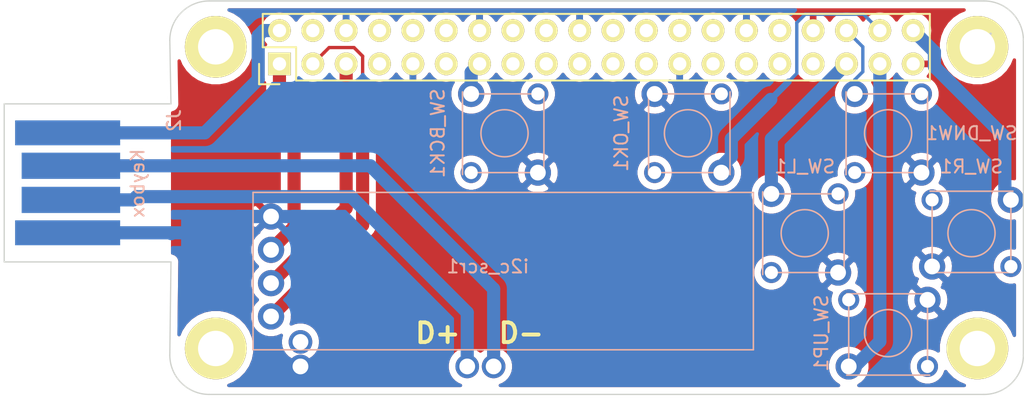
<source format=kicad_pcb>
(kicad_pcb (version 20171130) (host pcbnew 5.1.4)

  (general
    (thickness 1.6)
    (drawings 18)
    (tracks 107)
    (zones 0)
    (modules 13)
    (nets 32)
  )

  (page A4)
  (title_block
    (title "Anavi Infra pHAT")
    (date 2017-01-21)
    (company "Anavi Technology")
  )

  (layers
    (0 F.Cu signal)
    (31 B.Cu signal)
    (32 B.Adhes user)
    (33 F.Adhes user)
    (34 B.Paste user)
    (35 F.Paste user)
    (36 B.SilkS user)
    (37 F.SilkS user)
    (38 B.Mask user)
    (39 F.Mask user)
    (40 Dwgs.User user)
    (41 Cmts.User user)
    (42 Eco1.User user)
    (43 Eco2.User user)
    (44 Edge.Cuts user)
    (45 Margin user hide)
    (46 B.CrtYd user hide)
    (47 F.CrtYd user)
    (48 B.Fab user hide)
    (49 F.Fab user)
  )

  (setup
    (last_trace_width 1)
    (user_trace_width 0.254)
    (user_trace_width 0.5)
    (user_trace_width 0.754)
    (user_trace_width 1)
    (trace_clearance 0.254)
    (zone_clearance 0.508)
    (zone_45_only no)
    (trace_min 0.25)
    (via_size 0.85)
    (via_drill 0.4)
    (via_min_size 0.4)
    (via_min_drill 0.3)
    (uvia_size 0.35)
    (uvia_drill 0.1)
    (uvias_allowed no)
    (uvia_min_size 0.2)
    (uvia_min_drill 0.1)
    (edge_width 0.1)
    (segment_width 0.2)
    (pcb_text_width 0.3)
    (pcb_text_size 1.5 1.5)
    (mod_edge_width 0.15)
    (mod_text_size 1 1)
    (mod_text_width 0.15)
    (pad_size 1.8 1.8)
    (pad_drill 1.2)
    (pad_to_mask_clearance 0)
    (aux_axis_origin 0 0)
    (visible_elements FFFFFF7F)
    (pcbplotparams
      (layerselection 0x01000_ffffffff)
      (usegerberextensions true)
      (usegerberattributes false)
      (usegerberadvancedattributes false)
      (creategerberjobfile false)
      (excludeedgelayer true)
      (linewidth 0.100000)
      (plotframeref false)
      (viasonmask false)
      (mode 1)
      (useauxorigin true)
      (hpglpennumber 1)
      (hpglpenspeed 20)
      (hpglpendiameter 15.000000)
      (psnegative false)
      (psa4output false)
      (plotreference true)
      (plotvalue true)
      (plotinvisibletext false)
      (padsonsilk false)
      (subtractmaskfromsilk false)
      (outputformat 1)
      (mirror false)
      (drillshape 0)
      (scaleselection 1)
      (outputdirectory "/home/thibault/Dropbox/CIR4/KeyBox/Elec/PCB/out/"))
  )

  (net 0 "")
  (net 1 +3V3)
  (net 2 GND)
  (net 3 +5V)
  (net 4 "Net-(RASP_CONN1-Pad7)")
  (net 5 "Net-(RASP_CONN1-Pad11)")
  (net 6 "Net-(RASP_CONN1-Pad13)")
  (net 7 "Net-(RASP_CONN1-Pad15)")
  (net 8 "Net-(RASP_CONN1-Pad29)")
  (net 9 "Net-(RASP_CONN1-Pad31)")
  (net 10 "Net-(RASP_CONN1-Pad35)")
  (net 11 "Net-(RASP_CONN1-Pad37)")
  (net 12 "Net-(RASP_CONN1-Pad8)")
  (net 13 "Net-(RASP_CONN1-Pad10)")
  (net 14 "Net-(RASP_CONN1-Pad12)")
  (net 15 "Net-(RASP_CONN1-Pad16)")
  (net 16 "Net-(RASP_CONN1-Pad18)")
  (net 17 "Net-(RASP_CONN1-Pad19)")
  (net 18 "Net-(RASP_CONN1-Pad21)")
  (net 19 "Net-(RASP_CONN1-Pad22)")
  (net 20 "Net-(RASP_CONN1-Pad23)")
  (net 21 "Net-(RASP_CONN1-Pad24)")
  (net 22 "Net-(RASP_CONN1-Pad26)")
  (net 23 "Net-(RASP_CONN1-Pad27)")
  (net 24 "Net-(RASP_CONN1-Pad28)")
  (net 25 "Net-(RASP_CONN1-Pad32)")
  (net 26 "Net-(RASP_CONN1-Pad33)")
  (net 27 "Net-(RASP_CONN1-Pad36)")
  (net 28 "Net-(RASP_CONN1-Pad38)")
  (net 29 "Net-(RASP_CONN1-Pad40)")
  (net 30 "Net-(RASP_CONN1-Pad3)")
  (net 31 "Net-(RASP_CONN1-Pad5)")

  (net_class Default "This is the default net class."
    (clearance 0.254)
    (trace_width 0.5)
    (via_dia 0.85)
    (via_drill 0.4)
    (uvia_dia 0.35)
    (uvia_drill 0.1)
    (diff_pair_width 0.25)
    (diff_pair_gap 0.25)
    (add_net +3V3)
    (add_net +5V)
    (add_net GND)
    (add_net "Net-(RASP_CONN1-Pad10)")
    (add_net "Net-(RASP_CONN1-Pad11)")
    (add_net "Net-(RASP_CONN1-Pad12)")
    (add_net "Net-(RASP_CONN1-Pad13)")
    (add_net "Net-(RASP_CONN1-Pad15)")
    (add_net "Net-(RASP_CONN1-Pad16)")
    (add_net "Net-(RASP_CONN1-Pad18)")
    (add_net "Net-(RASP_CONN1-Pad19)")
    (add_net "Net-(RASP_CONN1-Pad21)")
    (add_net "Net-(RASP_CONN1-Pad22)")
    (add_net "Net-(RASP_CONN1-Pad23)")
    (add_net "Net-(RASP_CONN1-Pad24)")
    (add_net "Net-(RASP_CONN1-Pad26)")
    (add_net "Net-(RASP_CONN1-Pad27)")
    (add_net "Net-(RASP_CONN1-Pad28)")
    (add_net "Net-(RASP_CONN1-Pad29)")
    (add_net "Net-(RASP_CONN1-Pad3)")
    (add_net "Net-(RASP_CONN1-Pad31)")
    (add_net "Net-(RASP_CONN1-Pad32)")
    (add_net "Net-(RASP_CONN1-Pad33)")
    (add_net "Net-(RASP_CONN1-Pad35)")
    (add_net "Net-(RASP_CONN1-Pad36)")
    (add_net "Net-(RASP_CONN1-Pad37)")
    (add_net "Net-(RASP_CONN1-Pad38)")
    (add_net "Net-(RASP_CONN1-Pad40)")
    (add_net "Net-(RASP_CONN1-Pad5)")
    (add_net "Net-(RASP_CONN1-Pad7)")
    (add_net "Net-(RASP_CONN1-Pad8)")
  )

  (net_class vcc ""
    (clearance 0.254)
    (trace_width 1.5)
    (via_dia 0.85)
    (via_drill 0.4)
    (uvia_dia 0.35)
    (uvia_drill 0.1)
    (diff_pair_width 0.25)
    (diff_pair_gap 0.25)
  )

  (module boutton:boutton__5mx5m (layer B.Cu) (tedit 5DD79437) (tstamp 5DCECA4E)
    (at 203.2 100.33 180)
    (path /5DCBCA4E)
    (fp_text reference SW_UP1 (at 5.08 0 270) (layer B.SilkS)
      (effects (font (size 1 1) (thickness 0.15)) (justify mirror))
    )
    (fp_text value boutton_5mx6m (at 0 -3.81) (layer B.Fab) hide
      (effects (font (size 1 1) (thickness 0.15)) (justify mirror))
    )
    (fp_circle (center 0 0) (end 1.796051 0) (layer B.SilkS) (width 0.12))
    (fp_line (start -3 -2.46) (end -3 2.54) (layer B.SilkS) (width 0.12))
    (fp_line (start -3.155 -3.2) (end 3.155 -3.2) (layer B.SilkS) (width 0.12))
    (fp_line (start 3 2.54) (end 3 -2.46) (layer B.SilkS) (width 0.12))
    (fp_line (start -3.155 3) (end 3.155 3) (layer B.SilkS) (width 0.12))
    (pad 3 thru_hole circle (at -3 -2.54 180) (size 1.6 1.6) (drill 1) (layers *.Cu *.Mask))
    (pad 3 thru_hole circle (at 3 2.54 180) (size 1.6 1.6) (drill 1) (layers *.Cu *.Mask))
    (pad 2 thru_hole circle (at 3 -2.54 180) (size 2 2) (drill 1.2) (layers *.Cu *.Mask)
      (net 11 "Net-(RASP_CONN1-Pad37)"))
    (pad 1 thru_hole circle (at -3 2.54 180) (size 2 2) (drill 1.2) (layers *.Cu *.Mask)
      (net 2 GND))
  )

  (module boutton:boutton__5mx5m (layer B.Cu) (tedit 5DD79437) (tstamp 5DCECA41)
    (at 209.55 92.71)
    (path /5DCD6AE5)
    (fp_text reference SW_R1 (at 0 -5.08) (layer B.SilkS)
      (effects (font (size 1 1) (thickness 0.15)) (justify mirror))
    )
    (fp_text value boutton_5mx6m (at 0 -3.81) (layer B.Fab) hide
      (effects (font (size 1 1) (thickness 0.15)) (justify mirror))
    )
    (fp_circle (center 0 0) (end 1.796051 0) (layer B.SilkS) (width 0.12))
    (fp_line (start -3 -2.46) (end -3 2.54) (layer B.SilkS) (width 0.12))
    (fp_line (start -3.155 -3.2) (end 3.155 -3.2) (layer B.SilkS) (width 0.12))
    (fp_line (start 3 2.54) (end 3 -2.46) (layer B.SilkS) (width 0.12))
    (fp_line (start -3.155 3) (end 3.155 3) (layer B.SilkS) (width 0.12))
    (pad 3 thru_hole circle (at -3 -2.54) (size 1.6 1.6) (drill 1) (layers *.Cu *.Mask))
    (pad 3 thru_hole circle (at 3 2.54) (size 1.6 1.6) (drill 1) (layers *.Cu *.Mask))
    (pad 2 thru_hole circle (at 3 -2.54) (size 2 2) (drill 1.2) (layers *.Cu *.Mask)
      (net 29 "Net-(RASP_CONN1-Pad40)"))
    (pad 1 thru_hole circle (at -3 2.54) (size 2 2) (drill 1.2) (layers *.Cu *.Mask)
      (net 2 GND))
  )

  (module boutton:boutton__5mx5m (layer B.Cu) (tedit 5DD79437) (tstamp 5DCECA34)
    (at 187.96 85.09 270)
    (path /5DCD09F9)
    (fp_text reference SW_OK1 (at 0 5.08 90) (layer B.SilkS)
      (effects (font (size 1 1) (thickness 0.15)) (justify mirror))
    )
    (fp_text value boutton_5mx6m (at 0 -3.81 90) (layer B.Fab) hide
      (effects (font (size 1 1) (thickness 0.15)) (justify mirror))
    )
    (fp_circle (center 0 0) (end 1.796051 0) (layer B.SilkS) (width 0.12))
    (fp_line (start -3 -2.46) (end -3 2.54) (layer B.SilkS) (width 0.12))
    (fp_line (start -3.155 -3.2) (end 3.155 -3.2) (layer B.SilkS) (width 0.12))
    (fp_line (start 3 2.54) (end 3 -2.46) (layer B.SilkS) (width 0.12))
    (fp_line (start -3.155 3) (end 3.155 3) (layer B.SilkS) (width 0.12))
    (pad 3 thru_hole circle (at -3 -2.54 270) (size 1.6 1.6) (drill 1) (layers *.Cu *.Mask))
    (pad 3 thru_hole circle (at 3 2.54 270) (size 1.6 1.6) (drill 1) (layers *.Cu *.Mask))
    (pad 2 thru_hole circle (at 3 -2.54 270) (size 2 2) (drill 1.2) (layers *.Cu *.Mask)
      (net 28 "Net-(RASP_CONN1-Pad38)"))
    (pad 1 thru_hole circle (at -3 2.54 270) (size 2 2) (drill 1.2) (layers *.Cu *.Mask)
      (net 2 GND))
  )

  (module boutton:boutton__5mx5m (layer B.Cu) (tedit 5DD79437) (tstamp 5DCECA27)
    (at 196.85 92.71 90)
    (path /5DCB9911)
    (fp_text reference SW_L1 (at 5.08 0 180) (layer B.SilkS)
      (effects (font (size 1 1) (thickness 0.15)) (justify mirror))
    )
    (fp_text value boutton_5mx6m (at 0 -3.81 90) (layer B.Fab) hide
      (effects (font (size 1 1) (thickness 0.15)) (justify mirror))
    )
    (fp_circle (center 0 0) (end 1.796051 0) (layer B.SilkS) (width 0.12))
    (fp_line (start -3 -2.46) (end -3 2.54) (layer B.SilkS) (width 0.12))
    (fp_line (start -3.155 -3.2) (end 3.155 -3.2) (layer B.SilkS) (width 0.12))
    (fp_line (start 3 2.54) (end 3 -2.46) (layer B.SilkS) (width 0.12))
    (fp_line (start -3.155 3) (end 3.155 3) (layer B.SilkS) (width 0.12))
    (pad 3 thru_hole circle (at -3 -2.54 90) (size 1.6 1.6) (drill 1) (layers *.Cu *.Mask))
    (pad 3 thru_hole circle (at 3 2.54 90) (size 1.6 1.6) (drill 1) (layers *.Cu *.Mask))
    (pad 2 thru_hole circle (at 3 -2.54 90) (size 2 2) (drill 1.2) (layers *.Cu *.Mask)
      (net 10 "Net-(RASP_CONN1-Pad35)"))
    (pad 1 thru_hole circle (at -3 2.54 90) (size 2 2) (drill 1.2) (layers *.Cu *.Mask)
      (net 2 GND))
  )

  (module boutton:boutton__5mx5m (layer B.Cu) (tedit 5DD79437) (tstamp 5DCECA1A)
    (at 203.2 85.09 90)
    (path /5DCD1F59)
    (fp_text reference SW_DNW1 (at 0 6.35 180) (layer B.SilkS)
      (effects (font (size 1 1) (thickness 0.15)) (justify mirror))
    )
    (fp_text value boutton_5mx6m (at 0 -3.81 90) (layer B.Fab) hide
      (effects (font (size 1 1) (thickness 0.15)) (justify mirror))
    )
    (fp_circle (center 0 0) (end 1.796051 0) (layer B.SilkS) (width 0.12))
    (fp_line (start -3 -2.46) (end -3 2.54) (layer B.SilkS) (width 0.12))
    (fp_line (start -3.155 -3.2) (end 3.155 -3.2) (layer B.SilkS) (width 0.12))
    (fp_line (start 3 2.54) (end 3 -2.46) (layer B.SilkS) (width 0.12))
    (fp_line (start -3.155 3) (end 3.155 3) (layer B.SilkS) (width 0.12))
    (pad 3 thru_hole circle (at -3 -2.54 90) (size 1.6 1.6) (drill 1) (layers *.Cu *.Mask))
    (pad 3 thru_hole circle (at 3 2.54 90) (size 1.6 1.6) (drill 1) (layers *.Cu *.Mask))
    (pad 2 thru_hole circle (at 3 -2.54 90) (size 2 2) (drill 1.2) (layers *.Cu *.Mask)
      (net 27 "Net-(RASP_CONN1-Pad36)"))
    (pad 1 thru_hole circle (at -3 2.54 90) (size 2 2) (drill 1.2) (layers *.Cu *.Mask)
      (net 2 GND))
  )

  (module boutton:boutton__5mx5m (layer B.Cu) (tedit 5DD79437) (tstamp 5DCECA0D)
    (at 173.99 85.09 90)
    (path /5DCC3420)
    (fp_text reference SW_BCK1 (at 0 -5.08 90) (layer B.SilkS)
      (effects (font (size 1 1) (thickness 0.15)) (justify mirror))
    )
    (fp_text value boutton_5mx6m (at 0 -3.81 90) (layer B.Fab) hide
      (effects (font (size 1 1) (thickness 0.15)) (justify mirror))
    )
    (fp_circle (center 0 0) (end 1.796051 0) (layer B.SilkS) (width 0.12))
    (fp_line (start -3 -2.46) (end -3 2.54) (layer B.SilkS) (width 0.12))
    (fp_line (start -3.155 -3.2) (end 3.155 -3.2) (layer B.SilkS) (width 0.12))
    (fp_line (start 3 2.54) (end 3 -2.46) (layer B.SilkS) (width 0.12))
    (fp_line (start -3.155 3) (end 3.155 3) (layer B.SilkS) (width 0.12))
    (pad 3 thru_hole circle (at -3 -2.54 90) (size 1.6 1.6) (drill 1) (layers *.Cu *.Mask))
    (pad 3 thru_hole circle (at 3 2.54 90) (size 1.6 1.6) (drill 1) (layers *.Cu *.Mask))
    (pad 2 thru_hole circle (at 3 -2.54 90) (size 2 2) (drill 1.2) (layers *.Cu *.Mask)
      (net 6 "Net-(RASP_CONN1-Pad13)"))
    (pad 1 thru_hole circle (at -3 2.54 90) (size 2 2) (drill 1.2) (layers *.Cu *.Mask)
      (net 2 GND))
  )

  (module i2c_screen:i2c_screen (layer B.Cu) (tedit 5DD0EEB8) (tstamp 5DCADEA4)
    (at 156.21 91.44)
    (path /5DCC6113)
    (fp_text reference i2c_scr1 (at 16.51 3.81) (layer B.SilkS)
      (effects (font (size 1 1) (thickness 0.15)) (justify mirror))
    )
    (fp_text value i2c_screen (at 7.62 5.08) (layer B.Fab)
      (effects (font (size 1 1) (thickness 0.15)) (justify mirror))
    )
    (fp_line (start -1.37 10.16) (end -1.37 -1.84) (layer B.SilkS) (width 0.12))
    (fp_line (start -1.37 -1.84) (end 36.63 -1.84) (layer B.SilkS) (width 0.12))
    (fp_line (start 36.73 10.16) (end 36.73 -1.84) (layer B.SilkS) (width 0.12))
    (fp_line (start -1.27 10.16) (end 36.73 10.16) (layer B.SilkS) (width 0.12))
    (pad SDA thru_hole circle (at 0 7.62) (size 2 2) (drill 1.2) (layers *.Cu *.Mask)
      (net 30 "Net-(RASP_CONN1-Pad3)"))
    (pad SCL thru_hole circle (at 0 5.08) (size 2 2) (drill 1.2) (layers *.Cu *.Mask)
      (net 31 "Net-(RASP_CONN1-Pad5)"))
    (pad VCC thru_hole circle (at 0 2.54) (size 2 2) (drill 1.2) (layers *.Cu *.Mask)
      (net 1 +3V3))
    (pad GND thru_hole circle (at 0 0) (size 2 2) (drill 1.2) (layers *.Cu *.Mask)
      (net 2 GND))
  )

  (module Wickerlib:CONN-USB-A-PCB-TRACES (layer B.Cu) (tedit 585ED739) (tstamp 5DCE9174)
    (at 135.82 88.87 90)
    (attr virtual)
    (fp_text reference J2 (at 0.13 7.85 270) (layer B.SilkS) hide
      (effects (font (size 1.5 1.5) (thickness 0.15)) (justify mirror))
    )
    (fp_text value USB_A_PLUG (at 0.29 10.13 270) (layer B.Fab) hide
      (effects (font (size 1.016 1.016) (thickness 0.2032)) (justify mirror))
    )
    (fp_line (start 6 12) (end 6 0) (layer B.Fab) (width 0.04064))
    (fp_line (start 6 0) (end -6 0) (layer B.Fab) (width 0.04064))
    (fp_line (start -6 0) (end -6 12) (layer B.Fab) (width 0.04064))
    (fp_line (start -6 12) (end -5 12) (layer B.Fab) (width 0.04064))
    (fp_line (start -4.5 12) (end -4 12) (layer B.Fab) (width 0.04064))
    (fp_line (start -3.5 12) (end -3 12) (layer B.Fab) (width 0.04064))
    (fp_line (start -2.5 12) (end -2 12) (layer B.Fab) (width 0.04064))
    (fp_line (start -1.5 12) (end -1 12) (layer B.Fab) (width 0.04064))
    (fp_line (start -0.5 12) (end 0 12) (layer B.Fab) (width 0.04064))
    (fp_line (start 0.5 12) (end 1 12) (layer B.Fab) (width 0.04064))
    (fp_line (start 1.5 12) (end 2 12) (layer B.Fab) (width 0.04064))
    (fp_line (start 2.5 12) (end 3 12) (layer B.Fab) (width 0.04064))
    (fp_line (start 3.5 12) (end 4 12) (layer B.Fab) (width 0.04064))
    (fp_line (start 4.5 12) (end 5 12) (layer B.Fab) (width 0.04064))
    (fp_line (start 5.5 12) (end 6 12) (layer B.Fab) (width 0.04064))
    (fp_text user %R (at 4.75 13 90) (layer B.SilkS)
      (effects (font (size 1 1) (thickness 0.15)) (justify mirror))
    )
    (fp_text user %R (at 4.75 13 90) (layer B.SilkS)
      (effects (font (size 1 1) (thickness 0.15)) (justify mirror))
    )
    (fp_text user Keybox (at -0.03 10.23 270) (layer B.SilkS)
      (effects (font (size 1 1) (thickness 0.15)) (justify mirror))
    )
    (pad 2 connect rect (at 1.3 5.15 90) (size 2 7.5) (layers B.Cu B.Mask))
    (pad 3 connect rect (at -1.3 5.15 90) (size 2 7.5) (layers B.Cu B.Mask))
    (pad 4 connect rect (at -3.81 4.9 90) (size 1.9 8) (layers B.Cu B.Mask))
    (pad 1 connect rect (at 3.81 4.9 90) (size 1.9 8) (layers B.Cu B.Mask))
  )

  (module Pin_Headers:Pin_Header_Straight_2x20 (layer F.Cu) (tedit 588FBD82) (tstamp 58831778)
    (at 156.85 79.8 90)
    (descr "Through hole pin header")
    (tags "pin header")
    (path /56FB7C7A)
    (fp_text reference RASP_CONN1 (at 0 -5.1 90) (layer F.SilkS) hide
      (effects (font (size 1 1) (thickness 0.15)))
    )
    (fp_text value Raspberry_PI (at 0 -3.1 90) (layer F.Fab) hide
      (effects (font (size 1 1) (thickness 0.15)))
    )
    (fp_line (start -1.75 -1.75) (end -1.75 50.05) (layer F.CrtYd) (width 0.05))
    (fp_line (start 4.3 -1.75) (end 4.3 50.05) (layer F.CrtYd) (width 0.05))
    (fp_line (start -1.75 -1.75) (end 4.3 -1.75) (layer F.CrtYd) (width 0.05))
    (fp_line (start -1.75 50.05) (end 4.3 50.05) (layer F.CrtYd) (width 0.05))
    (fp_line (start 3.81 49.53) (end 3.81 -1.27) (layer F.SilkS) (width 0.15))
    (fp_line (start -1.27 1.27) (end -1.27 49.53) (layer F.SilkS) (width 0.15))
    (fp_line (start 3.81 49.53) (end -1.27 49.53) (layer F.SilkS) (width 0.15))
    (fp_line (start 3.81 -1.27) (end 1.27 -1.27) (layer F.SilkS) (width 0.15))
    (fp_line (start 0 -1.55) (end -1.55 -1.55) (layer F.SilkS) (width 0.15))
    (fp_line (start 1.27 -1.27) (end 1.27 1.27) (layer F.SilkS) (width 0.15))
    (fp_line (start 1.27 1.27) (end -1.27 1.27) (layer F.SilkS) (width 0.15))
    (fp_line (start -1.55 -1.55) (end -1.55 0) (layer F.SilkS) (width 0.15))
    (pad 1 thru_hole rect (at 0 0 90) (size 1.7272 1.7272) (drill 1.016) (layers *.Cu *.Mask F.SilkS)
      (net 1 +3V3))
    (pad 2 thru_hole oval (at 2.54 0 90) (size 1.7272 1.7272) (drill 1.016) (layers *.Cu *.Mask F.SilkS)
      (net 3 +5V))
    (pad 3 thru_hole oval (at 0 2.54 90) (size 1.7272 1.7272) (drill 1.016) (layers *.Cu *.Mask F.SilkS)
      (net 30 "Net-(RASP_CONN1-Pad3)"))
    (pad 4 thru_hole oval (at 2.54 2.54 90) (size 1.7272 1.7272) (drill 1.016) (layers *.Cu *.Mask F.SilkS)
      (net 3 +5V))
    (pad 5 thru_hole oval (at 0 5.08 90) (size 1.7272 1.7272) (drill 1.016) (layers *.Cu *.Mask F.SilkS)
      (net 31 "Net-(RASP_CONN1-Pad5)"))
    (pad 6 thru_hole oval (at 2.54 5.08 90) (size 1.7272 1.7272) (drill 1.016) (layers *.Cu *.Mask F.SilkS)
      (net 2 GND))
    (pad 7 thru_hole oval (at 0 7.62 90) (size 1.7272 1.7272) (drill 1.016) (layers *.Cu *.Mask F.SilkS)
      (net 4 "Net-(RASP_CONN1-Pad7)"))
    (pad 8 thru_hole oval (at 2.54 7.62 90) (size 1.7272 1.7272) (drill 1.016) (layers *.Cu *.Mask F.SilkS)
      (net 12 "Net-(RASP_CONN1-Pad8)"))
    (pad 9 thru_hole oval (at 0 10.16 90) (size 1.7272 1.7272) (drill 1.016) (layers *.Cu *.Mask F.SilkS)
      (net 2 GND))
    (pad 10 thru_hole oval (at 2.54 10.16 90) (size 1.7272 1.7272) (drill 1.016) (layers *.Cu *.Mask F.SilkS)
      (net 13 "Net-(RASP_CONN1-Pad10)"))
    (pad 11 thru_hole oval (at 0 12.7 90) (size 1.7272 1.7272) (drill 1.016) (layers *.Cu *.Mask F.SilkS)
      (net 5 "Net-(RASP_CONN1-Pad11)"))
    (pad 12 thru_hole oval (at 2.54 12.7 90) (size 1.7272 1.7272) (drill 1.016) (layers *.Cu *.Mask F.SilkS)
      (net 14 "Net-(RASP_CONN1-Pad12)"))
    (pad 13 thru_hole oval (at 0 15.24 90) (size 1.7272 1.7272) (drill 1.016) (layers *.Cu *.Mask F.SilkS)
      (net 6 "Net-(RASP_CONN1-Pad13)"))
    (pad 14 thru_hole oval (at 2.54 15.24 90) (size 1.7272 1.7272) (drill 1.016) (layers *.Cu *.Mask F.SilkS)
      (net 2 GND))
    (pad 15 thru_hole oval (at 0 17.78 90) (size 1.7272 1.7272) (drill 1.016) (layers *.Cu *.Mask F.SilkS)
      (net 7 "Net-(RASP_CONN1-Pad15)"))
    (pad 16 thru_hole oval (at 2.54 17.78 90) (size 1.7272 1.7272) (drill 1.016) (layers *.Cu *.Mask F.SilkS)
      (net 15 "Net-(RASP_CONN1-Pad16)"))
    (pad 17 thru_hole oval (at 0 20.32 90) (size 1.7272 1.7272) (drill 1.016) (layers *.Cu *.Mask F.SilkS)
      (net 1 +3V3))
    (pad 18 thru_hole oval (at 2.54 20.32 90) (size 1.7272 1.7272) (drill 1.016) (layers *.Cu *.Mask F.SilkS)
      (net 16 "Net-(RASP_CONN1-Pad18)"))
    (pad 19 thru_hole oval (at 0 22.86 90) (size 1.7272 1.7272) (drill 1.016) (layers *.Cu *.Mask F.SilkS)
      (net 17 "Net-(RASP_CONN1-Pad19)"))
    (pad 20 thru_hole oval (at 2.54 22.86 90) (size 1.7272 1.7272) (drill 1.016) (layers *.Cu *.Mask F.SilkS)
      (net 2 GND))
    (pad 21 thru_hole oval (at 0 25.4 90) (size 1.7272 1.7272) (drill 1.016) (layers *.Cu *.Mask F.SilkS)
      (net 18 "Net-(RASP_CONN1-Pad21)"))
    (pad 22 thru_hole oval (at 2.54 25.4 90) (size 1.7272 1.7272) (drill 1.016) (layers *.Cu *.Mask F.SilkS)
      (net 19 "Net-(RASP_CONN1-Pad22)"))
    (pad 23 thru_hole oval (at 0 27.94 90) (size 1.7272 1.7272) (drill 1.016) (layers *.Cu *.Mask F.SilkS)
      (net 20 "Net-(RASP_CONN1-Pad23)"))
    (pad 24 thru_hole oval (at 2.54 27.94 90) (size 1.7272 1.7272) (drill 1.016) (layers *.Cu *.Mask F.SilkS)
      (net 21 "Net-(RASP_CONN1-Pad24)"))
    (pad 25 thru_hole oval (at 0 30.48 90) (size 1.7272 1.7272) (drill 1.016) (layers *.Cu *.Mask F.SilkS)
      (net 2 GND))
    (pad 26 thru_hole oval (at 2.54 30.48 90) (size 1.7272 1.7272) (drill 1.016) (layers *.Cu *.Mask F.SilkS)
      (net 22 "Net-(RASP_CONN1-Pad26)"))
    (pad 27 thru_hole oval (at 0 33.02 90) (size 1.7272 1.7272) (drill 1.016) (layers *.Cu *.Mask F.SilkS)
      (net 23 "Net-(RASP_CONN1-Pad27)"))
    (pad 28 thru_hole oval (at 2.54 33.02 90) (size 1.7272 1.7272) (drill 1.016) (layers *.Cu *.Mask F.SilkS)
      (net 24 "Net-(RASP_CONN1-Pad28)"))
    (pad 29 thru_hole oval (at 0 35.56 90) (size 1.7272 1.7272) (drill 1.016) (layers *.Cu *.Mask F.SilkS)
      (net 8 "Net-(RASP_CONN1-Pad29)"))
    (pad 30 thru_hole oval (at 2.54 35.56 90) (size 1.7272 1.7272) (drill 1.016) (layers *.Cu *.Mask F.SilkS)
      (net 2 GND))
    (pad 31 thru_hole oval (at 0 38.1 90) (size 1.7272 1.7272) (drill 1.016) (layers *.Cu *.Mask F.SilkS)
      (net 9 "Net-(RASP_CONN1-Pad31)"))
    (pad 32 thru_hole oval (at 2.54 38.1 90) (size 1.7272 1.7272) (drill 1.016) (layers *.Cu *.Mask F.SilkS)
      (net 25 "Net-(RASP_CONN1-Pad32)"))
    (pad 33 thru_hole oval (at 0 40.64 90) (size 1.7272 1.7272) (drill 1.016) (layers *.Cu *.Mask F.SilkS)
      (net 26 "Net-(RASP_CONN1-Pad33)"))
    (pad 34 thru_hole oval (at 2.54 40.64 90) (size 1.7272 1.7272) (drill 1.016) (layers *.Cu *.Mask F.SilkS)
      (net 2 GND))
    (pad 35 thru_hole oval (at 0 43.18 90) (size 1.7272 1.7272) (drill 1.016) (layers *.Cu *.Mask F.SilkS)
      (net 10 "Net-(RASP_CONN1-Pad35)"))
    (pad 36 thru_hole oval (at 2.54 43.18 90) (size 1.7272 1.7272) (drill 1.016) (layers *.Cu *.Mask F.SilkS)
      (net 27 "Net-(RASP_CONN1-Pad36)"))
    (pad 37 thru_hole oval (at 0 45.72 90) (size 1.7272 1.7272) (drill 1.016) (layers *.Cu *.Mask F.SilkS)
      (net 11 "Net-(RASP_CONN1-Pad37)"))
    (pad 38 thru_hole oval (at 2.54 45.72 90) (size 1.7272 1.7272) (drill 1.016) (layers *.Cu *.Mask F.SilkS)
      (net 28 "Net-(RASP_CONN1-Pad38)"))
    (pad 39 thru_hole oval (at 0 48.26 90) (size 1.7272 1.7272) (drill 1.016) (layers *.Cu *.Mask F.SilkS)
      (net 2 GND))
    (pad 40 thru_hole oval (at 2.54 48.26 90) (size 1.7272 1.7272) (drill 1.016) (layers *.Cu *.Mask F.SilkS)
      (net 29 "Net-(RASP_CONN1-Pad40)"))
    (model Pin_Headers.3dshapes/Pin_Header_Straight_2x20.wrl
      (offset (xyz 1.269999980926514 -24.12999963760376 0))
      (scale (xyz 1 1 1))
      (rotate (xyz 0 0 90))
    )
  )

  (module Mounting_Holes:MountingHole_2.7mm_M2.5_DIN965_Pad (layer F.Cu) (tedit 588FBCDB) (tstamp 588C38C3)
    (at 152 78.5)
    (descr "Mounting Hole 2.7mm, M2.5, DIN965")
    (tags "mounting hole 2.7mm m2.5 din965")
    (fp_text reference REF1 (at 0 -3.35) (layer F.SilkS) hide
      (effects (font (size 1 1) (thickness 0.15)))
    )
    (fp_text value MountingHole_2.7mm_M2.5_DIN965_Pad (at 0 3.35) (layer F.Fab) hide
      (effects (font (size 1 1) (thickness 0.15)))
    )
    (fp_circle (center 0 0) (end 2.35 0) (layer Cmts.User) (width 0.15))
    (fp_circle (center 0 0) (end 2.6 0) (layer F.CrtYd) (width 0.05))
    (pad 1 thru_hole circle (at 0 0) (size 4.7 4.7) (drill 2.7) (layers *.Cu *.Mask F.SilkS))
  )

  (module Mounting_Holes:MountingHole_2.7mm_M2.5_DIN965_Pad (layer F.Cu) (tedit 588FBCD6) (tstamp 588C38D0)
    (at 210 78.5)
    (descr "Mounting Hole 2.7mm, M2.5, DIN965")
    (tags "mounting hole 2.7mm m2.5 din965")
    (fp_text reference REF2 (at 0 -3.35) (layer F.SilkS) hide
      (effects (font (size 1 1) (thickness 0.15)))
    )
    (fp_text value MountingHole_2.7mm_M2.5_DIN965_Pad (at 0 3.35) (layer F.Fab) hide
      (effects (font (size 1 1) (thickness 0.15)))
    )
    (fp_circle (center 0 0) (end 2.35 0) (layer Cmts.User) (width 0.15))
    (fp_circle (center 0 0) (end 2.6 0) (layer F.CrtYd) (width 0.05))
    (pad 2 thru_hole circle (at 0 0) (size 4.7 4.7) (drill 2.7) (layers *.Cu *.Mask F.SilkS))
  )

  (module Mounting_Holes:MountingHole_2.7mm_M2.5_DIN965_Pad (layer F.Cu) (tedit 588FBCC1) (tstamp 588C398A)
    (at 210 101.5)
    (descr "Mounting Hole 2.7mm, M2.5, DIN965")
    (tags "mounting hole 2.7mm m2.5 din965")
    (fp_text reference REF3 (at 0 -3.35) (layer F.SilkS) hide
      (effects (font (size 1 1) (thickness 0.15)))
    )
    (fp_text value MountingHole_2.7mm_M2.5_DIN965_Pad (at 0 3.35) (layer F.Fab) hide
      (effects (font (size 1 1) (thickness 0.15)))
    )
    (fp_circle (center 0 0) (end 2.35 0) (layer Cmts.User) (width 0.15))
    (fp_circle (center 0 0) (end 2.6 0) (layer F.CrtYd) (width 0.05))
    (pad 3 thru_hole circle (at 0 0) (size 4.7 4.7) (drill 2.7) (layers *.Cu *.Mask F.SilkS))
  )

  (module Mounting_Holes:MountingHole_2.7mm_M2.5_DIN965_Pad (layer F.Cu) (tedit 588FBCE4) (tstamp 588C39A5)
    (at 152 101.5)
    (descr "Mounting Hole 2.7mm, M2.5, DIN965")
    (tags "mounting hole 2.7mm m2.5 din965")
    (fp_text reference REF4 (at 0 -3.35) (layer F.SilkS) hide
      (effects (font (size 1 1) (thickness 0.15)))
    )
    (fp_text value MountingHole_2.7mm_M2.5_DIN965_Pad (at 0 3.35) (layer F.Fab) hide
      (effects (font (size 1 1) (thickness 0.15)))
    )
    (fp_circle (center 0 0) (end 2.35 0) (layer Cmts.User) (width 0.15))
    (fp_circle (center 0 0) (end 2.6 0) (layer F.CrtYd) (width 0.05))
    (pad 4 thru_hole circle (at 0 0) (size 4.7 4.7) (drill 2.7) (layers *.Cu *.Mask F.SilkS))
  )

  (gr_text D- (at 175.26 100.33) (layer F.SilkS)
    (effects (font (size 1.5 1.5) (thickness 0.3)))
  )
  (gr_text D+ (at 168.91 100.33) (layer F.SilkS)
    (effects (font (size 1.5 1.5) (thickness 0.3)))
  )
  (gr_line (start 148.59 82.85) (end 148.5011 78.0036) (layer Edge.Cuts) (width 0.1) (tstamp 5DCED557))
  (gr_line (start 135.89 94.9) (end 148.59 94.9) (layer Edge.Cuts) (width 0.1))
  (gr_line (start 135.89 82.85) (end 135.89 94.9) (layer Edge.Cuts) (width 0.1))
  (gr_line (start 148.59 82.85) (end 135.89 82.85) (layer Edge.Cuts) (width 0.1))
  (gr_line (start 148.5011 102.0036) (end 148.59 94.9) (layer Edge.Cuts) (width 0.1))
  (gr_line (start 210.5011 105.0036) (end 151.5011 105.0036) (layer Edge.Cuts) (width 0.1))
  (gr_line (start 213.5011 78.0036) (end 213.5011 102.0036) (layer Edge.Cuts) (width 0.1))
  (gr_line (start 151.5011 75.0036) (end 210.5011 75.0036) (layer Edge.Cuts) (width 0.1))
  (gr_arc (start 151.5011 78.0036) (end 151.5011 75.0036) (angle -90) (layer Edge.Cuts) (width 0.1))
  (gr_circle (center 152.0011 77.5036) (end 152.0011 77.5036) (layer Edge.Cuts) (width 0.1))
  (gr_arc (start 210.5011 78.0036) (end 213.5011 78.0036) (angle -90) (layer Edge.Cuts) (width 0.1))
  (gr_circle (center 211.0011 77.5036) (end 211.0011 77.5036) (layer Edge.Cuts) (width 0.1))
  (gr_arc (start 210.5011 102.0036) (end 210.5011 105.0036) (angle -90) (layer Edge.Cuts) (width 0.1))
  (gr_circle (center 211.0011 101.5036) (end 211.0011 101.5036) (layer Edge.Cuts) (width 0.1))
  (gr_arc (start 151.5011 102.0036) (end 148.5011 102.0036) (angle -90) (layer Edge.Cuts) (width 0.1))
  (gr_circle (center 152.0011 101.5036) (end 152.0011 101.5036) (layer Edge.Cuts) (width 0.1))

  (via (at 171.15 102.87) (size 1.8) (drill 1.2) (layers F.Cu B.Cu) (net 0))
  (via (at 173.16 102.87) (size 1.8) (drill 1.2) (layers F.Cu B.Cu) (net 0))
  (segment (start 140.97 87.57) (end 163.77 87.57) (width 1) (layer B.Cu) (net 0))
  (segment (start 173.16 96.96) (end 173.16 102.87) (width 1) (layer B.Cu) (net 0))
  (segment (start 163.77 87.57) (end 173.16 96.96) (width 1) (layer B.Cu) (net 0))
  (segment (start 145.966001 89.923999) (end 162.313999 89.923999) (width 1) (layer B.Cu) (net 0))
  (segment (start 140.97 90.17) (end 145.72 90.17) (width 1) (layer B.Cu) (net 0))
  (segment (start 145.72 90.17) (end 145.966001 89.923999) (width 1) (layer B.Cu) (net 0))
  (segment (start 171.15 98.76) (end 171.15 102.87) (width 1) (layer B.Cu) (net 0))
  (segment (start 162.313999 89.923999) (end 171.15 98.76) (width 1) (layer B.Cu) (net 0))
  (segment (start 151.1 92.68) (end 151.13 92.71) (width 1) (layer B.Cu) (net 0))
  (segment (start 140.72 92.68) (end 148.62 92.68) (width 1) (layer B.Cu) (net 0))
  (segment (start 148.62 92.68) (end 148.62 92.74) (width 1) (layer B.Cu) (net 0))
  (segment (start 148.68 92.68) (end 151.1 92.68) (width 1) (layer B.Cu) (net 0))
  (segment (start 148.62 92.74) (end 148.68 92.68) (width 1) (layer B.Cu) (net 0))
  (segment (start 151.1 92.68) (end 149.86 91.44) (width 1) (layer B.Cu) (net 0))
  (segment (start 149.86 93.92) (end 151.1 92.68) (width 1) (layer B.Cu) (net 0))
  (segment (start 149.86 91.44) (end 149.86 93.92) (width 1) (layer B.Cu) (net 0))
  (segment (start 177.165 79.756) (end 177.17 79.8) (width 0.5) (layer F.Cu) (net 1) (tstamp 5884E0C3) (status 80000))
  (segment (start 156.845 80.137) (end 156.845 79.756) (width 0.5) (layer B.Cu) (net 1) (status 80000))
  (segment (start 156.845 79.756) (end 156.85 79.8) (width 0.5) (layer B.Cu) (net 1) (tstamp 5884E01D) (status 80000))
  (segment (start 156.21 93.98) (end 157.964001 92.225999) (width 1) (layer F.Cu) (net 1))
  (segment (start 156.85 81.6636) (end 156.85 79.8) (width 1) (layer F.Cu) (net 1))
  (segment (start 157.964001 82.777601) (end 156.85 81.6636) (width 1) (layer F.Cu) (net 1))
  (segment (start 157.964001 92.225999) (end 157.964001 82.777601) (width 1) (layer F.Cu) (net 1))
  (segment (start 161.29 100.33) (end 160.02 100.33) (width 0.5) (layer B.Cu) (net 2))
  (segment (start 161.29 101.6) (end 162.56 100.33) (width 0.5) (layer B.Cu) (net 2))
  (segment (start 163.83 101.6) (end 162.56 100.33) (width 0.5) (layer B.Cu) (net 2))
  (segment (start 162.56 100.33) (end 163.83 100.33) (width 0.5) (layer B.Cu) (net 2))
  (segment (start 163.83 100.33) (end 165.1 100.33) (width 0.5) (layer B.Cu) (net 2))
  (via (at 158.45 102.87) (size 1.8) (drill 1.2) (layers F.Cu B.Cu) (net 2) (tstamp 5DCED8BB) (status 40000))
  (segment (start 158.45 102.87) (end 161.29 102.87) (width 0.5) (layer F.Cu) (net 2))
  (segment (start 157.48 102.87) (end 158.45 102.87) (width 0.5) (layer F.Cu) (net 2))
  (segment (start 158.45 102.87) (end 158.45 103.84) (width 0.5) (layer F.Cu) (net 2))
  (segment (start 157.48 103.84) (end 158.45 102.87) (width 0.5) (layer F.Cu) (net 2))
  (segment (start 158.45 102.87) (end 159.72 104.14) (width 0.5) (layer F.Cu) (net 2))
  (segment (start 157.48 102.87) (end 158.45 102.87) (width 0.5) (layer B.Cu) (net 2))
  (segment (start 158.45 102.87) (end 158.45 103.84) (width 0.5) (layer B.Cu) (net 2))
  (segment (start 157.48 103.84) (end 158.45 102.87) (width 0.5) (layer B.Cu) (net 2))
  (segment (start 159.72 104.14) (end 158.45 102.87) (width 0.5) (layer B.Cu) (net 2))
  (segment (start 158.45 102.87) (end 160.02 102.87) (width 0.5) (layer B.Cu) (net 2))
  (segment (start 156.21 91.44) (end 153.67 91.44) (width 1) (layer B.Cu) (net 2))
  (segment (start 153.67 91.44) (end 158.75 91.44) (width 1) (layer B.Cu) (net 2))
  (via (at 158.45 101) (size 1.8) (drill 1.2) (layers F.Cu B.Cu) (net 3) (tstamp 5DCED8C7))
  (segment (start 156.85 77.26) (end 156.845 77.216) (width 0.5) (layer F.Cu) (net 3) (status 80000))
  (segment (start 156.85 77.26) (end 156.547 77.26) (width 0.5) (layer B.Cu) (net 3))
  (segment (start 156.85 77.26) (end 156.7375 77.26) (width 0.5) (layer B.Cu) (net 3))
  (segment (start 155.232399 77.656287) (end 155.628686 77.26) (width 1) (layer B.Cu) (net 3))
  (segment (start 155.232399 80.987601) (end 155.232399 77.656287) (width 1) (layer B.Cu) (net 3))
  (segment (start 151.16 85.06) (end 155.232399 80.987601) (width 1) (layer B.Cu) (net 3))
  (segment (start 155.628686 77.26) (end 156.85 77.26) (width 1) (layer B.Cu) (net 3))
  (segment (start 140.72 85.06) (end 151.16 85.06) (width 1) (layer B.Cu) (net 3))
  (segment (start 169.545 79.756) (end 169.55 79.8) (width 0.5) (layer F.Cu) (net 5) (tstamp 5884DF77) (status 80000))
  (segment (start 171.45 80.44) (end 172.09 79.8) (width 1) (layer B.Cu) (net 6))
  (segment (start 171.45 82.55) (end 171.45 80.44) (width 1) (layer B.Cu) (net 6))
  (segment (start 194.31 85.52) (end 200.03 79.8) (width 1) (layer B.Cu) (net 10))
  (segment (start 194.31 90.17) (end 194.31 85.52) (width 1) (layer B.Cu) (net 10))
  (segment (start 202.14 79.8) (end 202.57 79.8) (width 0.5) (layer F.Cu) (net 11))
  (segment (start 202.57 100.96) (end 202.57 79.8) (width 1) (layer B.Cu) (net 11))
  (segment (start 200.66 102.87) (end 202.57 100.96) (width 1) (layer B.Cu) (net 11))
  (segment (start 164.47 77.26) (end 164.47 77.2745) (width 0.254) (layer F.Cu) (net 12))
  (segment (start 164.47 77.26) (end 164.76 77.26) (width 0.254) (layer F.Cu) (net 12))
  (segment (start 167.01 77.26) (end 167.01 77.5285) (width 0.254) (layer F.Cu) (net 13))
  (segment (start 167.01 77.26) (end 167.31 77.26) (width 0.254) (layer F.Cu) (net 13))
  (segment (start 169.55 77.26) (end 169.545 77.216) (width 0.5) (layer B.Cu) (net 14) (status 80000))
  (segment (start 169.55 77.26) (end 169.5 77.25) (width 0.5) (layer B.Cu) (net 14) (status 80000))
  (segment (start 189.87 79.8) (end 189.909 79.8) (width 0.5) (layer F.Cu) (net 23))
  (segment (start 189.865 80.137) (end 189.865 79.756) (width 0.5) (layer F.Cu) (net 23) (status 80000))
  (segment (start 189.865 79.756) (end 189.87 79.8) (width 0.5) (layer F.Cu) (net 23) (tstamp 5884E923) (status 80000))
  (segment (start 189.87 77.26) (end 189.87 76.83) (width 0.5) (layer F.Cu) (net 24))
  (segment (start 189.87 77.26) (end 189.87 76.6395) (width 0.5) (layer B.Cu) (net 24))
  (segment (start 189.87 77.26) (end 189.865 77.216) (width 0.5) (layer B.Cu) (net 24) (status 80000))
  (segment (start 200.893599 78.123599) (end 200.03 77.26) (width 0.254) (layer B.Cu) (net 27))
  (segment (start 201.274601 78.504601) (end 200.893599 78.123599) (width 0.254) (layer B.Cu) (net 27))
  (segment (start 200.66 81.01201) (end 201.274601 80.397409) (width 0.254) (layer B.Cu) (net 27))
  (segment (start 201.274601 80.397409) (end 201.274601 78.504601) (width 0.254) (layer B.Cu) (net 27))
  (segment (start 200.66 82.55) (end 200.66 81.01201) (width 0.254) (layer B.Cu) (net 27))
  (segment (start 201.706401 76.396401) (end 202.57 77.26) (width 0.254) (layer B.Cu) (net 28))
  (segment (start 196.892591 76.015399) (end 201.325399 76.015399) (width 0.254) (layer B.Cu) (net 28))
  (segment (start 196.245399 80.528651) (end 196.245399 76.662591) (width 0.254) (layer B.Cu) (net 28))
  (segment (start 201.325399 76.015399) (end 201.706401 76.396401) (width 0.254) (layer B.Cu) (net 28))
  (segment (start 196.245399 76.662591) (end 196.892591 76.015399) (width 0.254) (layer B.Cu) (net 28))
  (segment (start 195.606449 81.167601) (end 196.245399 80.528651) (width 0.254) (layer B.Cu) (net 28))
  (segment (start 191.261999 85.512051) (end 194.267025 82.507025) (width 1) (layer B.Cu) (net 28))
  (segment (start 191.261999 86.868001) (end 191.261999 85.512051) (width 1) (layer B.Cu) (net 28))
  (segment (start 190.5 87.63) (end 191.261999 86.868001) (width 1) (layer B.Cu) (net 28))
  (segment (start 194.267025 82.507025) (end 195.606449 81.167601) (width 0.5) (layer B.Cu) (net 28))
  (segment (start 205.11 77.26) (end 206.727601 78.877601) (width 1) (layer B.Cu) (net 29))
  (segment (start 206.727601 80.01) (end 206.868801 80.151199) (width 1) (layer B.Cu) (net 29))
  (segment (start 206.727601 80.009999) (end 206.868801 80.151199) (width 1) (layer B.Cu) (net 29))
  (segment (start 206.727601 78.877601) (end 206.727601 80.009999) (width 1) (layer B.Cu) (net 29))
  (segment (start 206.868801 80.151199) (end 212.09 85.372399) (width 1) (layer B.Cu) (net 29))
  (segment (start 212.09 89.09237) (end 212.09 90.17) (width 1) (layer B.Cu) (net 29))
  (segment (start 212.09 85.372399) (end 212.09 89.09237) (width 1) (layer B.Cu) (net 29))
  (segment (start 159.39 79.8) (end 159.39 80.386) (width 0.5) (layer F.Cu) (net 30))
  (segment (start 159.385 79.756) (end 159.39 79.8) (width 0.5) (layer F.Cu) (net 30) (tstamp 5884D2C3) (status 80000))
  (segment (start 163.18401 92.08599) (end 163.18401 91.319427) (width 1) (layer F.Cu) (net 30))
  (segment (start 156.21 99.06) (end 163.18401 92.08599) (width 1) (layer F.Cu) (net 30))
  (segment (start 163.18401 91.319427) (end 163.18401 81.927142) (width 1) (layer F.Cu) (net 30))
  (segment (start 160.634601 78.555399) (end 160.253599 78.936401) (width 0.254) (layer F.Cu) (net 30))
  (segment (start 160.253599 78.936401) (end 159.39 79.8) (width 0.254) (layer F.Cu) (net 30))
  (segment (start 162.527409 78.555399) (end 160.634601 78.555399) (width 0.254) (layer F.Cu) (net 30))
  (segment (start 163.18401 79.212) (end 162.527409 78.555399) (width 0.254) (layer F.Cu) (net 30))
  (segment (start 163.18401 81.927142) (end 163.18401 79.212) (width 0.254) (layer F.Cu) (net 30))
  (segment (start 161.925 79.756) (end 161.93 79.8) (width 0.5) (layer B.Cu) (net 31) (tstamp 5884DC38) (status 80000))
  (segment (start 161.93 90.8) (end 161.93 79.8) (width 1) (layer F.Cu) (net 31))
  (segment (start 156.21 96.52) (end 161.93 90.8) (width 1) (layer F.Cu) (net 31))

  (zone (net 2) (net_name GND) (layer B.Cu) (tstamp 5DD0FC17) (hatch edge 0.508)
    (connect_pads (clearance 0.508))
    (min_thickness 0.254)
    (fill yes (arc_segments 32) (thermal_gap 0.508) (thermal_bridge_width 0.508))
    (polygon
      (pts
        (xy 148.59 74.93) (xy 213.36 74.93) (xy 213.36 105.41) (xy 148.59 105.41)
      )
    )
    (filled_polygon
      (pts
        (xy 203.903183 80.688488) (xy 204.099707 80.906854) (xy 204.335056 81.082684) (xy 204.600186 81.209222) (xy 204.602241 81.209845)
        (xy 204.46832 81.410273) (xy 204.360147 81.671426) (xy 204.305 81.948665) (xy 204.305 82.231335) (xy 204.360147 82.508574)
        (xy 204.46832 82.769727) (xy 204.625363 83.004759) (xy 204.825241 83.204637) (xy 205.060273 83.36168) (xy 205.321426 83.469853)
        (xy 205.598665 83.525) (xy 205.881335 83.525) (xy 206.158574 83.469853) (xy 206.419727 83.36168) (xy 206.654759 83.204637)
        (xy 206.843973 83.015423) (xy 210.955 87.12645) (xy 210.955001 89.036609) (xy 210.955 89.036619) (xy 210.955 89.807873)
        (xy 210.915 90.008967) (xy 210.915 90.331033) (xy 210.977832 90.646912) (xy 211.101082 90.944463) (xy 211.280013 91.212252)
        (xy 211.507748 91.439987) (xy 211.775537 91.618918) (xy 212.073088 91.742168) (xy 212.388967 91.805) (xy 212.711033 91.805)
        (xy 212.816101 91.784101) (xy 212.816101 93.839818) (xy 212.691335 93.815) (xy 212.408665 93.815) (xy 212.131426 93.870147)
        (xy 211.870273 93.97832) (xy 211.635241 94.135363) (xy 211.435363 94.335241) (xy 211.27832 94.570273) (xy 211.170147 94.831426)
        (xy 211.115 95.108665) (xy 211.115 95.391335) (xy 211.170147 95.668574) (xy 211.27832 95.929727) (xy 211.435363 96.164759)
        (xy 211.635241 96.364637) (xy 211.870273 96.52168) (xy 212.131426 96.629853) (xy 212.408665 96.685) (xy 212.691335 96.685)
        (xy 212.816101 96.660182) (xy 212.816101 100.498488) (xy 212.645273 100.086072) (xy 212.318601 99.597174) (xy 211.902826 99.181399)
        (xy 211.413928 98.854727) (xy 210.870692 98.629712) (xy 210.293997 98.515) (xy 209.706003 98.515) (xy 209.129308 98.629712)
        (xy 208.586072 98.854727) (xy 208.097174 99.181399) (xy 207.681399 99.597174) (xy 207.354727 100.086072) (xy 207.129712 100.629308)
        (xy 207.015 101.206003) (xy 207.015 101.688706) (xy 206.879727 101.59832) (xy 206.618574 101.490147) (xy 206.341335 101.435)
        (xy 206.058665 101.435) (xy 205.781426 101.490147) (xy 205.520273 101.59832) (xy 205.285241 101.755363) (xy 205.085363 101.955241)
        (xy 204.92832 102.190273) (xy 204.820147 102.451426) (xy 204.765 102.728665) (xy 204.765 103.011335) (xy 204.820147 103.288574)
        (xy 204.92832 103.549727) (xy 205.085363 103.784759) (xy 205.285241 103.984637) (xy 205.520273 104.14168) (xy 205.781426 104.249853)
        (xy 206.058665 104.305) (xy 206.341335 104.305) (xy 206.618574 104.249853) (xy 206.879727 104.14168) (xy 207.114759 103.984637)
        (xy 207.314637 103.784759) (xy 207.47168 103.549727) (xy 207.579853 103.288574) (xy 207.585635 103.259506) (xy 207.681399 103.402826)
        (xy 208.097174 103.818601) (xy 208.586072 104.145273) (xy 209.004522 104.3186) (xy 200.974939 104.3186) (xy 201.242252 104.139987)
        (xy 201.469987 103.912252) (xy 201.648918 103.644463) (xy 201.760818 103.374313) (xy 203.333141 101.801991) (xy 203.376449 101.766449)
        (xy 203.518284 101.593623) (xy 203.623676 101.396447) (xy 203.688577 101.182499) (xy 203.705 101.015752) (xy 203.705 101.015751)
        (xy 203.710491 100.96) (xy 203.705 100.904249) (xy 203.705 98.925413) (xy 205.244192 98.925413) (xy 205.339956 99.189814)
        (xy 205.629571 99.330704) (xy 205.941108 99.412384) (xy 206.262595 99.431718) (xy 206.581675 99.387961) (xy 206.886088 99.282795)
        (xy 207.060044 99.189814) (xy 207.155808 98.925413) (xy 206.2 97.969605) (xy 205.244192 98.925413) (xy 203.705 98.925413)
        (xy 203.705 97.852595) (xy 204.558282 97.852595) (xy 204.602039 98.171675) (xy 204.707205 98.476088) (xy 204.800186 98.650044)
        (xy 205.064587 98.745808) (xy 206.020395 97.79) (xy 205.064587 96.834192) (xy 204.800186 96.929956) (xy 204.659296 97.219571)
        (xy 204.577616 97.531108) (xy 204.558282 97.852595) (xy 203.705 97.852595) (xy 203.705 95.312595) (xy 204.908282 95.312595)
        (xy 204.952039 95.631675) (xy 205.057205 95.936088) (xy 205.150186 96.110044) (xy 205.414585 96.205807) (xy 205.298917 96.321475)
        (xy 205.357989 96.380547) (xy 205.339956 96.390186) (xy 205.244192 96.654587) (xy 206.2 97.610395) (xy 206.214143 97.596253)
        (xy 206.393748 97.775858) (xy 206.379605 97.79) (xy 207.335413 98.745808) (xy 207.599814 98.650044) (xy 207.740704 98.360429)
        (xy 207.822384 98.048892) (xy 207.841718 97.727405) (xy 207.797961 97.408325) (xy 207.692795 97.103912) (xy 207.599814 96.929956)
        (xy 207.335415 96.834193) (xy 207.451083 96.718525) (xy 207.392011 96.659453) (xy 207.410044 96.649814) (xy 207.505808 96.385413)
        (xy 206.55 95.429605) (xy 206.535858 95.443748) (xy 206.356253 95.264143) (xy 206.370395 95.25) (xy 206.729605 95.25)
        (xy 207.685413 96.205808) (xy 207.949814 96.110044) (xy 208.090704 95.820429) (xy 208.172384 95.508892) (xy 208.191718 95.187405)
        (xy 208.147961 94.868325) (xy 208.042795 94.563912) (xy 207.949814 94.389956) (xy 207.685413 94.294192) (xy 206.729605 95.25)
        (xy 206.370395 95.25) (xy 205.414587 94.294192) (xy 205.150186 94.389956) (xy 205.009296 94.679571) (xy 204.927616 94.991108)
        (xy 204.908282 95.312595) (xy 203.705 95.312595) (xy 203.705 94.114587) (xy 205.594192 94.114587) (xy 206.55 95.070395)
        (xy 207.505808 94.114587) (xy 207.410044 93.850186) (xy 207.120429 93.709296) (xy 206.808892 93.627616) (xy 206.487405 93.608282)
        (xy 206.168325 93.652039) (xy 205.863912 93.757205) (xy 205.689956 93.850186) (xy 205.594192 94.114587) (xy 203.705 94.114587)
        (xy 203.705 89.225413) (xy 204.784192 89.225413) (xy 204.879956 89.489814) (xy 205.169571 89.630704) (xy 205.215197 89.642666)
        (xy 205.170147 89.751426) (xy 205.115 90.028665) (xy 205.115 90.311335) (xy 205.170147 90.588574) (xy 205.27832 90.849727)
        (xy 205.435363 91.084759) (xy 205.635241 91.284637) (xy 205.870273 91.44168) (xy 206.131426 91.549853) (xy 206.408665 91.605)
        (xy 206.691335 91.605) (xy 206.968574 91.549853) (xy 207.229727 91.44168) (xy 207.464759 91.284637) (xy 207.664637 91.084759)
        (xy 207.82168 90.849727) (xy 207.929853 90.588574) (xy 207.985 90.311335) (xy 207.985 90.028665) (xy 207.929853 89.751426)
        (xy 207.82168 89.490273) (xy 207.664637 89.255241) (xy 207.464759 89.055363) (xy 207.229727 88.89832) (xy 207.175836 88.875997)
        (xy 207.280704 88.660429) (xy 207.362384 88.348892) (xy 207.381718 88.027405) (xy 207.337961 87.708325) (xy 207.232795 87.403912)
        (xy 207.139814 87.229956) (xy 206.875413 87.134192) (xy 205.919605 88.09) (xy 205.933748 88.104143) (xy 205.754143 88.283748)
        (xy 205.74 88.269605) (xy 204.784192 89.225413) (xy 203.705 89.225413) (xy 203.705 88.152595) (xy 204.098282 88.152595)
        (xy 204.142039 88.471675) (xy 204.247205 88.776088) (xy 204.340186 88.950044) (xy 204.604587 89.045808) (xy 205.560395 88.09)
        (xy 204.604587 87.134192) (xy 204.340186 87.229956) (xy 204.199296 87.519571) (xy 204.117616 87.831108) (xy 204.098282 88.152595)
        (xy 203.705 88.152595) (xy 203.705 86.954587) (xy 204.784192 86.954587) (xy 205.74 87.910395) (xy 206.695808 86.954587)
        (xy 206.600044 86.690186) (xy 206.310429 86.549296) (xy 205.998892 86.467616) (xy 205.677405 86.448282) (xy 205.358325 86.492039)
        (xy 205.053912 86.597205) (xy 204.879956 86.690186) (xy 204.784192 86.954587) (xy 203.705 86.954587) (xy 203.705 80.779255)
        (xy 203.822069 80.636606) (xy 203.845863 80.59209)
      )
    )
    (filled_polygon
      (pts
        (xy 154.587616 91.181108) (xy 154.568282 91.502595) (xy 154.612039 91.821675) (xy 154.717205 92.126088) (xy 154.810186 92.300044)
        (xy 155.074587 92.395808) (xy 156.030395 91.44) (xy 156.016253 91.425858) (xy 156.195858 91.246253) (xy 156.21 91.260395)
        (xy 156.224143 91.246253) (xy 156.403748 91.425858) (xy 156.389605 91.44) (xy 157.345413 92.395808) (xy 157.609814 92.300044)
        (xy 157.750704 92.010429) (xy 157.832384 91.698892) (xy 157.851718 91.377405) (xy 157.808053 91.058999) (xy 161.843868 91.058999)
        (xy 170.015 99.230132) (xy 170.015001 101.834182) (xy 169.957688 101.891495) (xy 169.789701 102.142905) (xy 169.673989 102.422257)
        (xy 169.615 102.718816) (xy 169.615 103.021184) (xy 169.673989 103.317743) (xy 169.789701 103.597095) (xy 169.957688 103.848505)
        (xy 170.171495 104.062312) (xy 170.422905 104.230299) (xy 170.636081 104.3186) (xy 152.995478 104.3186) (xy 153.413928 104.145273)
        (xy 153.902826 103.818601) (xy 154.318601 103.402826) (xy 154.645273 102.913928) (xy 154.870288 102.370692) (xy 154.985 101.793997)
        (xy 154.985 101.206003) (xy 154.870288 100.629308) (xy 154.645273 100.086072) (xy 154.318601 99.597174) (xy 153.902826 99.181399)
        (xy 153.413928 98.854727) (xy 152.870692 98.629712) (xy 152.293997 98.515) (xy 151.706003 98.515) (xy 151.129308 98.629712)
        (xy 150.586072 98.854727) (xy 150.097174 99.181399) (xy 149.681399 99.597174) (xy 149.354727 100.086072) (xy 149.205647 100.445985)
        (xy 149.274579 94.937925) (xy 149.278314 94.9) (xy 149.272117 94.837083) (xy 149.266715 94.774176) (xy 149.265512 94.770025)
        (xy 149.265088 94.765717) (xy 149.246733 94.70521) (xy 149.229165 94.644573) (xy 149.227176 94.640736) (xy 149.225919 94.636594)
        (xy 149.196104 94.580813) (xy 149.167052 94.524786) (xy 149.164354 94.521413) (xy 149.162312 94.517593) (xy 149.122184 94.468698)
        (xy 149.082763 94.419418) (xy 149.079457 94.416635) (xy 149.076711 94.413289) (xy 149.027821 94.373165) (xy 148.979538 94.332519)
        (xy 148.975755 94.330436) (xy 148.972407 94.327688) (xy 148.916612 94.297865) (xy 148.861343 94.267428) (xy 148.857225 94.266122)
        (xy 148.853406 94.264081) (xy 148.792877 94.24572) (xy 148.73272 94.226646) (xy 148.728426 94.226169) (xy 148.724283 94.224912)
        (xy 148.717 94.224195) (xy 148.717 93.818967) (xy 154.575 93.818967) (xy 154.575 94.141033) (xy 154.637832 94.456912)
        (xy 154.761082 94.754463) (xy 154.940013 95.022252) (xy 155.167748 95.249987) (xy 155.167767 95.25) (xy 155.167748 95.250013)
        (xy 154.940013 95.477748) (xy 154.761082 95.745537) (xy 154.637832 96.043088) (xy 154.575 96.358967) (xy 154.575 96.681033)
        (xy 154.637832 96.996912) (xy 154.761082 97.294463) (xy 154.940013 97.562252) (xy 155.167748 97.789987) (xy 155.167767 97.79)
        (xy 155.167748 97.790013) (xy 154.940013 98.017748) (xy 154.761082 98.285537) (xy 154.637832 98.583088) (xy 154.575 98.898967)
        (xy 154.575 99.221033) (xy 154.637832 99.536912) (xy 154.761082 99.834463) (xy 154.940013 100.102252) (xy 155.167748 100.329987)
        (xy 155.435537 100.508918) (xy 155.733088 100.632168) (xy 156.048967 100.695) (xy 156.371033 100.695) (xy 156.686912 100.632168)
        (xy 156.984463 100.508918) (xy 156.994802 100.502009) (xy 156.973989 100.552257) (xy 156.915 100.848816) (xy 156.915 101.151184)
        (xy 156.973989 101.447743) (xy 157.089701 101.727095) (xy 157.257688 101.978505) (xy 157.471495 102.192312) (xy 157.722905 102.360299)
        (xy 158.002257 102.476011) (xy 158.298816 102.535) (xy 158.601184 102.535) (xy 158.897743 102.476011) (xy 159.177095 102.360299)
        (xy 159.428505 102.192312) (xy 159.642312 101.978505) (xy 159.810299 101.727095) (xy 159.926011 101.447743) (xy 159.985 101.151184)
        (xy 159.985 100.848816) (xy 159.926011 100.552257) (xy 159.810299 100.272905) (xy 159.642312 100.021495) (xy 159.428505 99.807688)
        (xy 159.177095 99.639701) (xy 158.897743 99.523989) (xy 158.601184 99.465) (xy 158.298816 99.465) (xy 158.002257 99.523989)
        (xy 157.743047 99.631358) (xy 157.782168 99.536912) (xy 157.845 99.221033) (xy 157.845 98.898967) (xy 157.782168 98.583088)
        (xy 157.658918 98.285537) (xy 157.479987 98.017748) (xy 157.252252 97.790013) (xy 157.252233 97.79) (xy 157.252252 97.789987)
        (xy 157.479987 97.562252) (xy 157.658918 97.294463) (xy 157.782168 96.996912) (xy 157.845 96.681033) (xy 157.845 96.358967)
        (xy 157.782168 96.043088) (xy 157.658918 95.745537) (xy 157.479987 95.477748) (xy 157.252252 95.250013) (xy 157.252233 95.25)
        (xy 157.252252 95.249987) (xy 157.479987 95.022252) (xy 157.658918 94.754463) (xy 157.782168 94.456912) (xy 157.845 94.141033)
        (xy 157.845 93.818967) (xy 157.782168 93.503088) (xy 157.658918 93.205537) (xy 157.479987 92.937748) (xy 157.252252 92.710013)
        (xy 157.1434 92.63728) (xy 157.165808 92.575413) (xy 156.21 91.619605) (xy 155.254192 92.575413) (xy 155.2766 92.63728)
        (xy 155.167748 92.710013) (xy 154.940013 92.937748) (xy 154.761082 93.205537) (xy 154.637832 93.503088) (xy 154.575 93.818967)
        (xy 148.717 93.818967) (xy 148.717 93.815) (xy 149.885752 93.815) (xy 150.052499 93.798577) (xy 150.266447 93.733676)
        (xy 150.463623 93.628284) (xy 150.636449 93.486449) (xy 150.778284 93.313623) (xy 150.883676 93.116447) (xy 150.948577 92.902499)
        (xy 150.970491 92.68) (xy 150.948577 92.457501) (xy 150.883676 92.243553) (xy 150.778284 92.046377) (xy 150.636449 91.873551)
        (xy 150.463623 91.731716) (xy 150.266447 91.626324) (xy 150.052499 91.561423) (xy 149.885752 91.545) (xy 148.717 91.545)
        (xy 148.717 91.058999) (xy 154.619631 91.058999)
      )
    )
    (filled_polygon
      (pts
        (xy 167.137 79.673) (xy 167.157 79.673) (xy 167.157 79.927) (xy 167.137 79.927) (xy 167.137 81.133817)
        (xy 167.369026 81.254958) (xy 167.519814 81.209222) (xy 167.784944 81.082684) (xy 168.020293 80.906854) (xy 168.216817 80.688488)
        (xy 168.274137 80.59209) (xy 168.297931 80.636606) (xy 168.485203 80.864797) (xy 168.713394 81.052069) (xy 168.973736 81.191225)
        (xy 169.256223 81.276916) (xy 169.476381 81.2986) (xy 169.623619 81.2986) (xy 169.843777 81.276916) (xy 170.073437 81.20725)
        (xy 170.001082 81.315537) (xy 169.877832 81.613088) (xy 169.815 81.928967) (xy 169.815 82.251033) (xy 169.877832 82.566912)
        (xy 170.001082 82.864463) (xy 170.180013 83.132252) (xy 170.407748 83.359987) (xy 170.675537 83.538918) (xy 170.973088 83.662168)
        (xy 171.288967 83.725) (xy 171.611033 83.725) (xy 171.926912 83.662168) (xy 172.224463 83.538918) (xy 172.492252 83.359987)
        (xy 172.719987 83.132252) (xy 172.898918 82.864463) (xy 173.022168 82.566912) (xy 173.085 82.251033) (xy 173.085 81.928967)
        (xy 173.022168 81.613088) (xy 172.898918 81.315537) (xy 172.776489 81.132309) (xy 172.926606 81.052069) (xy 173.154797 80.864797)
        (xy 173.342069 80.636606) (xy 173.36 80.60306) (xy 173.377931 80.636606) (xy 173.565203 80.864797) (xy 173.793394 81.052069)
        (xy 174.053736 81.191225) (xy 174.336223 81.276916) (xy 174.556381 81.2986) (xy 174.703619 81.2986) (xy 174.923777 81.276916)
        (xy 175.206264 81.191225) (xy 175.466606 81.052069) (xy 175.694797 80.864797) (xy 175.882069 80.636606) (xy 175.9 80.60306)
        (xy 175.917931 80.636606) (xy 176.012062 80.751305) (xy 175.850273 80.81832) (xy 175.615241 80.975363) (xy 175.415363 81.175241)
        (xy 175.25832 81.410273) (xy 175.150147 81.671426) (xy 175.095 81.948665) (xy 175.095 82.231335) (xy 175.150147 82.508574)
        (xy 175.25832 82.769727) (xy 175.415363 83.004759) (xy 175.615241 83.204637) (xy 175.850273 83.36168) (xy 176.111426 83.469853)
        (xy 176.388665 83.525) (xy 176.671335 83.525) (xy 176.948574 83.469853) (xy 177.209727 83.36168) (xy 177.413665 83.225413)
        (xy 184.464192 83.225413) (xy 184.559956 83.489814) (xy 184.849571 83.630704) (xy 185.161108 83.712384) (xy 185.482595 83.731718)
        (xy 185.801675 83.687961) (xy 186.106088 83.582795) (xy 186.280044 83.489814) (xy 186.375808 83.225413) (xy 185.42 82.269605)
        (xy 184.464192 83.225413) (xy 177.413665 83.225413) (xy 177.444759 83.204637) (xy 177.644637 83.004759) (xy 177.80168 82.769727)
        (xy 177.909853 82.508574) (xy 177.965 82.231335) (xy 177.965 81.948665) (xy 177.909853 81.671426) (xy 177.80168 81.410273)
        (xy 177.670644 81.214164) (xy 177.746264 81.191225) (xy 178.006606 81.052069) (xy 178.234797 80.864797) (xy 178.422069 80.636606)
        (xy 178.44 80.60306) (xy 178.457931 80.636606) (xy 178.645203 80.864797) (xy 178.873394 81.052069) (xy 179.133736 81.191225)
        (xy 179.416223 81.276916) (xy 179.636381 81.2986) (xy 179.783619 81.2986) (xy 180.003777 81.276916) (xy 180.286264 81.191225)
        (xy 180.546606 81.052069) (xy 180.774797 80.864797) (xy 180.962069 80.636606) (xy 180.98 80.60306) (xy 180.997931 80.636606)
        (xy 181.185203 80.864797) (xy 181.413394 81.052069) (xy 181.673736 81.191225) (xy 181.956223 81.276916) (xy 182.176381 81.2986)
        (xy 182.323619 81.2986) (xy 182.543777 81.276916) (xy 182.826264 81.191225) (xy 183.086606 81.052069) (xy 183.314797 80.864797)
        (xy 183.502069 80.636606) (xy 183.52 80.60306) (xy 183.537931 80.636606) (xy 183.725203 80.864797) (xy 183.953394 81.052069)
        (xy 184.178751 81.172525) (xy 184.020186 81.229956) (xy 183.879296 81.519571) (xy 183.797616 81.831108) (xy 183.778282 82.152595)
        (xy 183.822039 82.471675) (xy 183.927205 82.776088) (xy 184.020186 82.950044) (xy 184.284587 83.045808) (xy 185.240395 82.09)
        (xy 185.226253 82.075858) (xy 185.405858 81.896253) (xy 185.42 81.910395) (xy 185.434143 81.896253) (xy 185.613748 82.075858)
        (xy 185.599605 82.09) (xy 186.555413 83.045808) (xy 186.819814 82.950044) (xy 186.960704 82.660429) (xy 187.042384 82.348892)
        (xy 187.061718 82.027405) (xy 187.017961 81.708325) (xy 186.912795 81.403912) (xy 186.819814 81.229956) (xy 186.555415 81.134193)
        (xy 186.590167 81.099441) (xy 186.820186 81.209222) (xy 186.970974 81.254958) (xy 187.203 81.133817) (xy 187.203 79.927)
        (xy 187.183 79.927) (xy 187.183 79.673) (xy 187.203 79.673) (xy 187.203 79.653) (xy 187.457 79.653)
        (xy 187.457 79.673) (xy 187.477 79.673) (xy 187.477 79.927) (xy 187.457 79.927) (xy 187.457 81.133817)
        (xy 187.689026 81.254958) (xy 187.839814 81.209222) (xy 188.104944 81.082684) (xy 188.340293 80.906854) (xy 188.536817 80.688488)
        (xy 188.594137 80.59209) (xy 188.617931 80.636606) (xy 188.805203 80.864797) (xy 189.033394 81.052069) (xy 189.293736 81.191225)
        (xy 189.361041 81.211642) (xy 189.22832 81.410273) (xy 189.120147 81.671426) (xy 189.065 81.948665) (xy 189.065 82.231335)
        (xy 189.120147 82.508574) (xy 189.22832 82.769727) (xy 189.385363 83.004759) (xy 189.585241 83.204637) (xy 189.820273 83.36168)
        (xy 190.081426 83.469853) (xy 190.358665 83.525) (xy 190.641335 83.525) (xy 190.918574 83.469853) (xy 191.179727 83.36168)
        (xy 191.414759 83.204637) (xy 191.614637 83.004759) (xy 191.77168 82.769727) (xy 191.879853 82.508574) (xy 191.935 82.231335)
        (xy 191.935 81.948665) (xy 191.879853 81.671426) (xy 191.77168 81.410273) (xy 191.614637 81.175241) (xy 191.414759 80.975363)
        (xy 191.179727 80.81832) (xy 191.025401 80.754396) (xy 191.122069 80.636606) (xy 191.14 80.60306) (xy 191.157931 80.636606)
        (xy 191.345203 80.864797) (xy 191.573394 81.052069) (xy 191.833736 81.191225) (xy 192.116223 81.276916) (xy 192.336381 81.2986)
        (xy 192.483619 81.2986) (xy 192.703777 81.276916) (xy 192.986264 81.191225) (xy 193.246606 81.052069) (xy 193.474797 80.864797)
        (xy 193.662069 80.636606) (xy 193.68 80.60306) (xy 193.697931 80.636606) (xy 193.885203 80.864797) (xy 194.113394 81.052069)
        (xy 194.346047 81.176425) (xy 194.143801 81.37867) (xy 194.044526 81.388448) (xy 193.830578 81.453349) (xy 193.633402 81.558741)
        (xy 193.503881 81.665036) (xy 190.498859 84.67006) (xy 190.455551 84.705602) (xy 190.313716 84.878428) (xy 190.208323 85.075604)
        (xy 190.145562 85.282498) (xy 190.143422 85.289553) (xy 190.121508 85.512051) (xy 190.126999 85.567802) (xy 190.126999 86.39787)
        (xy 189.995687 86.529182) (xy 189.725537 86.641082) (xy 189.457748 86.820013) (xy 189.230013 87.047748) (xy 189.051082 87.315537)
        (xy 188.927832 87.613088) (xy 188.865 87.928967) (xy 188.865 88.251033) (xy 188.927832 88.566912) (xy 189.051082 88.864463)
        (xy 189.230013 89.132252) (xy 189.457748 89.359987) (xy 189.725537 89.538918) (xy 190.023088 89.662168) (xy 190.338967 89.725)
        (xy 190.661033 89.725) (xy 190.976912 89.662168) (xy 191.274463 89.538918) (xy 191.542252 89.359987) (xy 191.769987 89.132252)
        (xy 191.948918 88.864463) (xy 192.072168 88.566912) (xy 192.135 88.251033) (xy 192.135 87.928967) (xy 192.081267 87.65883)
        (xy 192.210283 87.501624) (xy 192.315675 87.304448) (xy 192.380576 87.0905) (xy 192.396999 86.923753) (xy 192.396999 86.923744)
        (xy 192.402489 86.868002) (xy 192.396999 86.81226) (xy 192.396999 85.982182) (xy 193.23921 85.139972) (xy 193.191423 85.297502)
        (xy 193.169509 85.52) (xy 193.175001 85.575761) (xy 193.175 88.532761) (xy 193.040013 88.667748) (xy 192.861082 88.935537)
        (xy 192.737832 89.233088) (xy 192.675 89.548967) (xy 192.675 89.871033) (xy 192.737832 90.186912) (xy 192.861082 90.484463)
        (xy 193.040013 90.752252) (xy 193.267748 90.979987) (xy 193.535537 91.158918) (xy 193.833088 91.282168) (xy 194.148967 91.345)
        (xy 194.471033 91.345) (xy 194.786912 91.282168) (xy 195.084463 91.158918) (xy 195.352252 90.979987) (xy 195.579987 90.752252)
        (xy 195.758918 90.484463) (xy 195.882168 90.186912) (xy 195.945 89.871033) (xy 195.945 89.548967) (xy 195.882168 89.233088)
        (xy 195.758918 88.935537) (xy 195.579987 88.667748) (xy 195.445 88.532761) (xy 195.445 85.990131) (xy 199.051396 82.383736)
        (xy 199.087832 82.566912) (xy 199.211082 82.864463) (xy 199.390013 83.132252) (xy 199.617748 83.359987) (xy 199.885537 83.538918)
        (xy 200.183088 83.662168) (xy 200.498967 83.725) (xy 200.821033 83.725) (xy 201.136912 83.662168) (xy 201.434463 83.538918)
        (xy 201.435001 83.538559) (xy 201.435001 86.88198) (xy 201.339727 86.81832) (xy 201.078574 86.710147) (xy 200.801335 86.655)
        (xy 200.518665 86.655) (xy 200.241426 86.710147) (xy 199.980273 86.81832) (xy 199.745241 86.975363) (xy 199.545363 87.175241)
        (xy 199.38832 87.410273) (xy 199.280147 87.671426) (xy 199.225 87.948665) (xy 199.225 88.231335) (xy 199.234256 88.277866)
        (xy 198.971426 88.330147) (xy 198.710273 88.43832) (xy 198.475241 88.595363) (xy 198.275363 88.795241) (xy 198.11832 89.030273)
        (xy 198.010147 89.291426) (xy 197.955 89.568665) (xy 197.955 89.851335) (xy 198.010147 90.128574) (xy 198.11832 90.389727)
        (xy 198.275363 90.624759) (xy 198.475241 90.824637) (xy 198.710273 90.98168) (xy 198.971426 91.089853) (xy 199.248665 91.145)
        (xy 199.531335 91.145) (xy 199.808574 91.089853) (xy 200.069727 90.98168) (xy 200.304759 90.824637) (xy 200.504637 90.624759)
        (xy 200.66168 90.389727) (xy 200.769853 90.128574) (xy 200.825 89.851335) (xy 200.825 89.568665) (xy 200.815744 89.522134)
        (xy 201.078574 89.469853) (xy 201.339727 89.36168) (xy 201.435001 89.29802) (xy 201.435 97.055378) (xy 201.314637 96.875241)
        (xy 201.114759 96.675363) (xy 200.879727 96.51832) (xy 200.825836 96.495997) (xy 200.930704 96.280429) (xy 201.012384 95.968892)
        (xy 201.031718 95.647405) (xy 200.987961 95.328325) (xy 200.882795 95.023912) (xy 200.789814 94.849956) (xy 200.525413 94.754192)
        (xy 199.569605 95.71) (xy 199.583748 95.724143) (xy 199.404143 95.903748) (xy 199.39 95.889605) (xy 198.434192 96.845413)
        (xy 198.529956 97.109814) (xy 198.819571 97.250704) (xy 198.865197 97.262666) (xy 198.820147 97.371426) (xy 198.765 97.648665)
        (xy 198.765 97.931335) (xy 198.820147 98.208574) (xy 198.92832 98.469727) (xy 199.085363 98.704759) (xy 199.285241 98.904637)
        (xy 199.520273 99.06168) (xy 199.781426 99.169853) (xy 200.058665 99.225) (xy 200.341335 99.225) (xy 200.618574 99.169853)
        (xy 200.879727 99.06168) (xy 201.114759 98.904637) (xy 201.314637 98.704759) (xy 201.435 98.524622) (xy 201.435 100.489868)
        (xy 200.635311 101.289557) (xy 200.361033 101.235) (xy 200.038967 101.235) (xy 199.723088 101.297832) (xy 199.425537 101.421082)
        (xy 199.157748 101.600013) (xy 198.930013 101.827748) (xy 198.751082 102.095537) (xy 198.627832 102.393088) (xy 198.565 102.708967)
        (xy 198.565 103.031033) (xy 198.627832 103.346912) (xy 198.751082 103.644463) (xy 198.930013 103.912252) (xy 199.157748 104.139987)
        (xy 199.425061 104.3186) (xy 173.673919 104.3186) (xy 173.887095 104.230299) (xy 174.138505 104.062312) (xy 174.352312 103.848505)
        (xy 174.520299 103.597095) (xy 174.636011 103.317743) (xy 174.695 103.021184) (xy 174.695 102.718816) (xy 174.636011 102.422257)
        (xy 174.520299 102.142905) (xy 174.352312 101.891495) (xy 174.295 101.834183) (xy 174.295 97.015741) (xy 174.30049 96.959999)
        (xy 174.295 96.904257) (xy 174.295 96.904248) (xy 174.278577 96.737501) (xy 174.213676 96.523553) (xy 174.108284 96.326377)
        (xy 173.966449 96.153551) (xy 173.923141 96.118009) (xy 173.373797 95.568665) (xy 192.875 95.568665) (xy 192.875 95.851335)
        (xy 192.930147 96.128574) (xy 193.03832 96.389727) (xy 193.195363 96.624759) (xy 193.395241 96.824637) (xy 193.630273 96.98168)
        (xy 193.891426 97.089853) (xy 194.168665 97.145) (xy 194.451335 97.145) (xy 194.728574 97.089853) (xy 194.989727 96.98168)
        (xy 195.224759 96.824637) (xy 195.424637 96.624759) (xy 195.58168 96.389727) (xy 195.689853 96.128574) (xy 195.745 95.851335)
        (xy 195.745 95.772595) (xy 197.748282 95.772595) (xy 197.792039 96.091675) (xy 197.897205 96.396088) (xy 197.990186 96.570044)
        (xy 198.254587 96.665808) (xy 199.210395 95.71) (xy 198.254587 94.754192) (xy 197.990186 94.849956) (xy 197.849296 95.139571)
        (xy 197.767616 95.451108) (xy 197.748282 95.772595) (xy 195.745 95.772595) (xy 195.745 95.568665) (xy 195.689853 95.291426)
        (xy 195.58168 95.030273) (xy 195.424637 94.795241) (xy 195.224759 94.595363) (xy 195.193666 94.574587) (xy 198.434192 94.574587)
        (xy 199.39 95.530395) (xy 200.345808 94.574587) (xy 200.250044 94.310186) (xy 199.960429 94.169296) (xy 199.648892 94.087616)
        (xy 199.327405 94.068282) (xy 199.008325 94.112039) (xy 198.703912 94.217205) (xy 198.529956 94.310186) (xy 198.434192 94.574587)
        (xy 195.193666 94.574587) (xy 194.989727 94.43832) (xy 194.728574 94.330147) (xy 194.451335 94.275) (xy 194.168665 94.275)
        (xy 193.891426 94.330147) (xy 193.630273 94.43832) (xy 193.395241 94.595363) (xy 193.195363 94.795241) (xy 193.03832 95.030273)
        (xy 192.930147 95.291426) (xy 192.875 95.568665) (xy 173.373797 95.568665) (xy 165.753797 87.948665) (xy 170.015 87.948665)
        (xy 170.015 88.231335) (xy 170.070147 88.508574) (xy 170.17832 88.769727) (xy 170.335363 89.004759) (xy 170.535241 89.204637)
        (xy 170.770273 89.36168) (xy 171.031426 89.469853) (xy 171.308665 89.525) (xy 171.591335 89.525) (xy 171.868574 89.469853)
        (xy 172.129727 89.36168) (xy 172.333665 89.225413) (xy 175.574192 89.225413) (xy 175.669956 89.489814) (xy 175.959571 89.630704)
        (xy 176.271108 89.712384) (xy 176.592595 89.731718) (xy 176.911675 89.687961) (xy 177.216088 89.582795) (xy 177.390044 89.489814)
        (xy 177.485808 89.225413) (xy 176.53 88.269605) (xy 175.574192 89.225413) (xy 172.333665 89.225413) (xy 172.364759 89.204637)
        (xy 172.564637 89.004759) (xy 172.72168 88.769727) (xy 172.829853 88.508574) (xy 172.885 88.231335) (xy 172.885 88.152595)
        (xy 174.888282 88.152595) (xy 174.932039 88.471675) (xy 175.037205 88.776088) (xy 175.130186 88.950044) (xy 175.394587 89.045808)
        (xy 176.350395 88.09) (xy 176.709605 88.09) (xy 177.665413 89.045808) (xy 177.929814 88.950044) (xy 178.070704 88.660429)
        (xy 178.152384 88.348892) (xy 178.171718 88.027405) (xy 178.16092 87.948665) (xy 183.985 87.948665) (xy 183.985 88.231335)
        (xy 184.040147 88.508574) (xy 184.14832 88.769727) (xy 184.305363 89.004759) (xy 184.505241 89.204637) (xy 184.740273 89.36168)
        (xy 185.001426 89.469853) (xy 185.278665 89.525) (xy 185.561335 89.525) (xy 185.838574 89.469853) (xy 186.099727 89.36168)
        (xy 186.334759 89.204637) (xy 186.534637 89.004759) (xy 186.69168 88.769727) (xy 186.799853 88.508574) (xy 186.855 88.231335)
        (xy 186.855 87.948665) (xy 186.799853 87.671426) (xy 186.69168 87.410273) (xy 186.534637 87.175241) (xy 186.334759 86.975363)
        (xy 186.099727 86.81832) (xy 185.838574 86.710147) (xy 185.561335 86.655) (xy 185.278665 86.655) (xy 185.001426 86.710147)
        (xy 184.740273 86.81832) (xy 184.505241 86.975363) (xy 184.305363 87.175241) (xy 184.14832 87.410273) (xy 184.040147 87.671426)
        (xy 183.985 87.948665) (xy 178.16092 87.948665) (xy 178.127961 87.708325) (xy 178.022795 87.403912) (xy 177.929814 87.229956)
        (xy 177.665413 87.134192) (xy 176.709605 88.09) (xy 176.350395 88.09) (xy 175.394587 87.134192) (xy 175.130186 87.229956)
        (xy 174.989296 87.519571) (xy 174.907616 87.831108) (xy 174.888282 88.152595) (xy 172.885 88.152595) (xy 172.885 87.948665)
        (xy 172.829853 87.671426) (xy 172.72168 87.410273) (xy 172.564637 87.175241) (xy 172.364759 86.975363) (xy 172.333666 86.954587)
        (xy 175.574192 86.954587) (xy 176.53 87.910395) (xy 177.485808 86.954587) (xy 177.390044 86.690186) (xy 177.100429 86.549296)
        (xy 176.788892 86.467616) (xy 176.467405 86.448282) (xy 176.148325 86.492039) (xy 175.843912 86.597205) (xy 175.669956 86.690186)
        (xy 175.574192 86.954587) (xy 172.333666 86.954587) (xy 172.129727 86.81832) (xy 171.868574 86.710147) (xy 171.591335 86.655)
        (xy 171.308665 86.655) (xy 171.031426 86.710147) (xy 170.770273 86.81832) (xy 170.535241 86.975363) (xy 170.335363 87.175241)
        (xy 170.17832 87.410273) (xy 170.070147 87.671426) (xy 170.015 87.948665) (xy 165.753797 87.948665) (xy 164.611996 86.806865)
        (xy 164.576449 86.763551) (xy 164.403623 86.621716) (xy 164.206447 86.516324) (xy 163.992499 86.451423) (xy 163.825752 86.435)
        (xy 163.825751 86.435) (xy 163.77 86.429509) (xy 163.714249 86.435) (xy 148.717 86.435) (xy 148.717 86.195)
        (xy 151.104249 86.195) (xy 151.16 86.200491) (xy 151.215751 86.195) (xy 151.215752 86.195) (xy 151.382499 86.178577)
        (xy 151.596447 86.113676) (xy 151.793623 86.008284) (xy 151.966449 85.866449) (xy 152.001996 85.823135) (xy 155.99554 81.829592)
        (xy 156.038848 81.79405) (xy 156.180683 81.621224) (xy 156.286075 81.424048) (xy 156.323198 81.301672) (xy 157.7136 81.301672)
        (xy 157.838082 81.289412) (xy 157.95778 81.253102) (xy 158.068094 81.194137) (xy 158.164785 81.114785) (xy 158.244137 81.018094)
        (xy 158.303102 80.90778) (xy 158.318586 80.856735) (xy 158.325203 80.864797) (xy 158.553394 81.052069) (xy 158.813736 81.191225)
        (xy 159.096223 81.276916) (xy 159.316381 81.2986) (xy 159.463619 81.2986) (xy 159.683777 81.276916) (xy 159.966264 81.191225)
        (xy 160.226606 81.052069) (xy 160.454797 80.864797) (xy 160.642069 80.636606) (xy 160.66 80.60306) (xy 160.677931 80.636606)
        (xy 160.865203 80.864797) (xy 161.093394 81.052069) (xy 161.353736 81.191225) (xy 161.636223 81.276916) (xy 161.856381 81.2986)
        (xy 162.003619 81.2986) (xy 162.223777 81.276916) (xy 162.506264 81.191225) (xy 162.766606 81.052069) (xy 162.994797 80.864797)
        (xy 163.182069 80.636606) (xy 163.2 80.60306) (xy 163.217931 80.636606) (xy 163.405203 80.864797) (xy 163.633394 81.052069)
        (xy 163.893736 81.191225) (xy 164.176223 81.276916) (xy 164.396381 81.2986) (xy 164.543619 81.2986) (xy 164.763777 81.276916)
        (xy 165.046264 81.191225) (xy 165.306606 81.052069) (xy 165.534797 80.864797) (xy 165.722069 80.636606) (xy 165.745863 80.59209)
        (xy 165.803183 80.688488) (xy 165.999707 80.906854) (xy 166.235056 81.082684) (xy 166.500186 81.209222) (xy 166.650974 81.254958)
        (xy 166.883 81.133817) (xy 166.883 79.927) (xy 166.863 79.927) (xy 166.863 79.673) (xy 166.883 79.673)
        (xy 166.883 79.653) (xy 167.137 79.653)
      )
    )
    (filled_polygon
      (pts
        (xy 205.237 79.673) (xy 205.257 79.673) (xy 205.257 79.927) (xy 205.237 79.927) (xy 205.237 79.947)
        (xy 204.983 79.947) (xy 204.983 79.927) (xy 204.963 79.927) (xy 204.963 79.673) (xy 204.983 79.673)
        (xy 204.983 79.653) (xy 205.237 79.653)
      )
    )
    (filled_polygon
      (pts
        (xy 195.806282 76.024078) (xy 195.786606 76.007931) (xy 195.526264 75.868775) (xy 195.243777 75.783084) (xy 195.023619 75.7614)
        (xy 194.876381 75.7614) (xy 194.656223 75.783084) (xy 194.373736 75.868775) (xy 194.113394 76.007931) (xy 193.885203 76.195203)
        (xy 193.697931 76.423394) (xy 193.674137 76.46791) (xy 193.616817 76.371512) (xy 193.420293 76.153146) (xy 193.184944 75.977316)
        (xy 192.919814 75.850778) (xy 192.769026 75.805042) (xy 192.537 75.926183) (xy 192.537 77.133) (xy 192.557 77.133)
        (xy 192.557 77.387) (xy 192.537 77.387) (xy 192.537 77.407) (xy 192.283 77.407) (xy 192.283 77.387)
        (xy 192.263 77.387) (xy 192.263 77.133) (xy 192.283 77.133) (xy 192.283 75.926183) (xy 192.050974 75.805042)
        (xy 191.900186 75.850778) (xy 191.635056 75.977316) (xy 191.399707 76.153146) (xy 191.203183 76.371512) (xy 191.145863 76.46791)
        (xy 191.122069 76.423394) (xy 190.934797 76.195203) (xy 190.706606 76.007931) (xy 190.446264 75.868775) (xy 190.163777 75.783084)
        (xy 190.062682 75.773127) (xy 190.04349 75.767305) (xy 189.87 75.750218) (xy 189.696511 75.767305) (xy 189.67732 75.773127)
        (xy 189.576223 75.783084) (xy 189.293736 75.868775) (xy 189.033394 76.007931) (xy 188.805203 76.195203) (xy 188.617931 76.423394)
        (xy 188.6 76.45694) (xy 188.582069 76.423394) (xy 188.394797 76.195203) (xy 188.166606 76.007931) (xy 187.906264 75.868775)
        (xy 187.623777 75.783084) (xy 187.403619 75.7614) (xy 187.256381 75.7614) (xy 187.036223 75.783084) (xy 186.753736 75.868775)
        (xy 186.493394 76.007931) (xy 186.265203 76.195203) (xy 186.077931 76.423394) (xy 186.06 76.45694) (xy 186.042069 76.423394)
        (xy 185.854797 76.195203) (xy 185.626606 76.007931) (xy 185.366264 75.868775) (xy 185.083777 75.783084) (xy 184.863619 75.7614)
        (xy 184.716381 75.7614) (xy 184.496223 75.783084) (xy 184.213736 75.868775) (xy 183.953394 76.007931) (xy 183.725203 76.195203)
        (xy 183.537931 76.423394) (xy 183.52 76.45694) (xy 183.502069 76.423394) (xy 183.314797 76.195203) (xy 183.086606 76.007931)
        (xy 182.826264 75.868775) (xy 182.543777 75.783084) (xy 182.323619 75.7614) (xy 182.176381 75.7614) (xy 181.956223 75.783084)
        (xy 181.673736 75.868775) (xy 181.413394 76.007931) (xy 181.185203 76.195203) (xy 180.997931 76.423394) (xy 180.974137 76.46791)
        (xy 180.916817 76.371512) (xy 180.720293 76.153146) (xy 180.484944 75.977316) (xy 180.219814 75.850778) (xy 180.069026 75.805042)
        (xy 179.837 75.926183) (xy 179.837 77.133) (xy 179.857 77.133) (xy 179.857 77.387) (xy 179.837 77.387)
        (xy 179.837 77.407) (xy 179.583 77.407) (xy 179.583 77.387) (xy 179.563 77.387) (xy 179.563 77.133)
        (xy 179.583 77.133) (xy 179.583 75.926183) (xy 179.350974 75.805042) (xy 179.200186 75.850778) (xy 178.935056 75.977316)
        (xy 178.699707 76.153146) (xy 178.503183 76.371512) (xy 178.445863 76.46791) (xy 178.422069 76.423394) (xy 178.234797 76.195203)
        (xy 178.006606 76.007931) (xy 177.746264 75.868775) (xy 177.463777 75.783084) (xy 177.243619 75.7614) (xy 177.096381 75.7614)
        (xy 176.876223 75.783084) (xy 176.593736 75.868775) (xy 176.333394 76.007931) (xy 176.105203 76.195203) (xy 175.917931 76.423394)
        (xy 175.9 76.45694) (xy 175.882069 76.423394) (xy 175.694797 76.195203) (xy 175.466606 76.007931) (xy 175.206264 75.868775)
        (xy 174.923777 75.783084) (xy 174.703619 75.7614) (xy 174.556381 75.7614) (xy 174.336223 75.783084) (xy 174.053736 75.868775)
        (xy 173.793394 76.007931) (xy 173.565203 76.195203) (xy 173.377931 76.423394) (xy 173.354137 76.46791) (xy 173.296817 76.371512)
        (xy 173.100293 76.153146) (xy 172.864944 75.977316) (xy 172.599814 75.850778) (xy 172.449026 75.805042) (xy 172.217 75.926183)
        (xy 172.217 77.133) (xy 172.237 77.133) (xy 172.237 77.387) (xy 172.217 77.387) (xy 172.217 77.407)
        (xy 171.963 77.407) (xy 171.963 77.387) (xy 171.943 77.387) (xy 171.943 77.133) (xy 171.963 77.133)
        (xy 171.963 75.926183) (xy 171.730974 75.805042) (xy 171.580186 75.850778) (xy 171.315056 75.977316) (xy 171.079707 76.153146)
        (xy 170.883183 76.371512) (xy 170.825863 76.46791) (xy 170.802069 76.423394) (xy 170.614797 76.195203) (xy 170.386606 76.007931)
        (xy 170.126264 75.868775) (xy 169.843777 75.783084) (xy 169.623619 75.7614) (xy 169.476381 75.7614) (xy 169.256223 75.783084)
        (xy 168.973736 75.868775) (xy 168.713394 76.007931) (xy 168.485203 76.195203) (xy 168.297931 76.423394) (xy 168.28 76.45694)
        (xy 168.262069 76.423394) (xy 168.074797 76.195203) (xy 167.846606 76.007931) (xy 167.586264 75.868775) (xy 167.303777 75.783084)
        (xy 167.083619 75.7614) (xy 166.936381 75.7614) (xy 166.716223 75.783084) (xy 166.433736 75.868775) (xy 166.173394 76.007931)
        (xy 165.945203 76.195203) (xy 165.757931 76.423394) (xy 165.74 76.45694) (xy 165.722069 76.423394) (xy 165.534797 76.195203)
        (xy 165.306606 76.007931) (xy 165.046264 75.868775) (xy 164.763777 75.783084) (xy 164.543619 75.7614) (xy 164.396381 75.7614)
        (xy 164.176223 75.783084) (xy 163.893736 75.868775) (xy 163.633394 76.007931) (xy 163.405203 76.195203) (xy 163.217931 76.423394)
        (xy 163.194137 76.46791) (xy 163.136817 76.371512) (xy 162.940293 76.153146) (xy 162.704944 75.977316) (xy 162.439814 75.850778)
        (xy 162.289026 75.805042) (xy 162.057 75.926183) (xy 162.057 77.133) (xy 162.077 77.133) (xy 162.077 77.387)
        (xy 162.057 77.387) (xy 162.057 77.407) (xy 161.803 77.407) (xy 161.803 77.387) (xy 161.783 77.387)
        (xy 161.783 77.133) (xy 161.803 77.133) (xy 161.803 75.926183) (xy 161.570974 75.805042) (xy 161.420186 75.850778)
        (xy 161.155056 75.977316) (xy 160.919707 76.153146) (xy 160.723183 76.371512) (xy 160.665863 76.46791) (xy 160.642069 76.423394)
        (xy 160.454797 76.195203) (xy 160.226606 76.007931) (xy 159.966264 75.868775) (xy 159.683777 75.783084) (xy 159.463619 75.7614)
        (xy 159.316381 75.7614) (xy 159.096223 75.783084) (xy 158.813736 75.868775) (xy 158.553394 76.007931) (xy 158.325203 76.195203)
        (xy 158.137931 76.423394) (xy 158.12 76.45694) (xy 158.102069 76.423394) (xy 157.914797 76.195203) (xy 157.686606 76.007931)
        (xy 157.426264 75.868775) (xy 157.143777 75.783084) (xy 156.923619 75.7614) (xy 156.776381 75.7614) (xy 156.556223 75.783084)
        (xy 156.273736 75.868775) (xy 156.013394 76.007931) (xy 155.870745 76.125) (xy 155.684427 76.125) (xy 155.628685 76.11951)
        (xy 155.572943 76.125) (xy 155.572934 76.125) (xy 155.406187 76.141423) (xy 155.192239 76.206324) (xy 154.995063 76.311716)
        (xy 154.822237 76.453551) (xy 154.78669 76.496865) (xy 154.469259 76.814296) (xy 154.465654 76.817254) (xy 154.318601 76.597174)
        (xy 153.902826 76.181399) (xy 153.413928 75.854727) (xy 153.012861 75.6886) (xy 196.14176 75.6886)
      )
    )
    (filled_polygon
      (pts
        (xy 197.617 77.133) (xy 197.637 77.133) (xy 197.637 77.387) (xy 197.617 77.387) (xy 197.617 77.407)
        (xy 197.363 77.407) (xy 197.363 77.387) (xy 197.343 77.387) (xy 197.343 77.133) (xy 197.363 77.133)
        (xy 197.363 77.113) (xy 197.617 77.113)
      )
    )
  )
  (zone (net 2) (net_name GND) (layer F.Cu) (tstamp 5DD0FC1A) (hatch edge 0.508)
    (connect_pads (clearance 0.508))
    (min_thickness 0.254)
    (fill yes (arc_segments 32) (thermal_gap 0.508) (thermal_bridge_width 0.508))
    (polygon
      (pts
        (xy 148.59 74.93) (xy 213.36 74.93) (xy 213.36 105.41) (xy 148.59 105.41)
      )
    )
    (filled_polygon
      (pts
        (xy 208.586072 75.854727) (xy 208.097174 76.181399) (xy 207.681399 76.597174) (xy 207.354727 77.086072) (xy 207.129712 77.629308)
        (xy 207.015 78.206003) (xy 207.015 78.793997) (xy 207.129712 79.370692) (xy 207.354727 79.913928) (xy 207.681399 80.402826)
        (xy 208.097174 80.818601) (xy 208.586072 81.145273) (xy 209.129308 81.370288) (xy 209.706003 81.485) (xy 210.293997 81.485)
        (xy 210.870692 81.370288) (xy 211.413928 81.145273) (xy 211.902826 80.818601) (xy 212.318601 80.402826) (xy 212.645273 79.913928)
        (xy 212.8161 79.501514) (xy 212.8161 88.555899) (xy 212.711033 88.535) (xy 212.388967 88.535) (xy 212.073088 88.597832)
        (xy 211.775537 88.721082) (xy 211.507748 88.900013) (xy 211.280013 89.127748) (xy 211.101082 89.395537) (xy 210.977832 89.693088)
        (xy 210.915 90.008967) (xy 210.915 90.331033) (xy 210.977832 90.646912) (xy 211.101082 90.944463) (xy 211.280013 91.212252)
        (xy 211.507748 91.439987) (xy 211.775537 91.618918) (xy 212.073088 91.742168) (xy 212.388967 91.805) (xy 212.711033 91.805)
        (xy 212.816101 91.784101) (xy 212.816101 93.839818) (xy 212.691335 93.815) (xy 212.408665 93.815) (xy 212.131426 93.870147)
        (xy 211.870273 93.97832) (xy 211.635241 94.135363) (xy 211.435363 94.335241) (xy 211.27832 94.570273) (xy 211.170147 94.831426)
        (xy 211.115 95.108665) (xy 211.115 95.391335) (xy 211.170147 95.668574) (xy 211.27832 95.929727) (xy 211.435363 96.164759)
        (xy 211.635241 96.364637) (xy 211.870273 96.52168) (xy 212.131426 96.629853) (xy 212.408665 96.685) (xy 212.691335 96.685)
        (xy 212.816101 96.660182) (xy 212.816101 100.498488) (xy 212.645273 100.086072) (xy 212.318601 99.597174) (xy 211.902826 99.181399)
        (xy 211.413928 98.854727) (xy 210.870692 98.629712) (xy 210.293997 98.515) (xy 209.706003 98.515) (xy 209.129308 98.629712)
        (xy 208.586072 98.854727) (xy 208.097174 99.181399) (xy 207.681399 99.597174) (xy 207.354727 100.086072) (xy 207.129712 100.629308)
        (xy 207.015 101.206003) (xy 207.015 101.688706) (xy 206.879727 101.59832) (xy 206.618574 101.490147) (xy 206.341335 101.435)
        (xy 206.058665 101.435) (xy 205.781426 101.490147) (xy 205.520273 101.59832) (xy 205.285241 101.755363) (xy 205.085363 101.955241)
        (xy 204.92832 102.190273) (xy 204.820147 102.451426) (xy 204.765 102.728665) (xy 204.765 103.011335) (xy 204.820147 103.288574)
        (xy 204.92832 103.549727) (xy 205.085363 103.784759) (xy 205.285241 103.984637) (xy 205.520273 104.14168) (xy 205.781426 104.249853)
        (xy 206.058665 104.305) (xy 206.341335 104.305) (xy 206.618574 104.249853) (xy 206.879727 104.14168) (xy 207.114759 103.984637)
        (xy 207.314637 103.784759) (xy 207.47168 103.549727) (xy 207.579853 103.288574) (xy 207.585635 103.259506) (xy 207.681399 103.402826)
        (xy 208.097174 103.818601) (xy 208.586072 104.145273) (xy 209.004522 104.3186) (xy 200.974939 104.3186) (xy 201.242252 104.139987)
        (xy 201.469987 103.912252) (xy 201.648918 103.644463) (xy 201.772168 103.346912) (xy 201.835 103.031033) (xy 201.835 102.708967)
        (xy 201.772168 102.393088) (xy 201.648918 102.095537) (xy 201.469987 101.827748) (xy 201.242252 101.600013) (xy 200.974463 101.421082)
        (xy 200.676912 101.297832) (xy 200.361033 101.235) (xy 200.038967 101.235) (xy 199.723088 101.297832) (xy 199.425537 101.421082)
        (xy 199.157748 101.600013) (xy 198.930013 101.827748) (xy 198.751082 102.095537) (xy 198.627832 102.393088) (xy 198.565 102.708967)
        (xy 198.565 103.031033) (xy 198.627832 103.346912) (xy 198.751082 103.644463) (xy 198.930013 103.912252) (xy 199.157748 104.139987)
        (xy 199.425061 104.3186) (xy 173.673919 104.3186) (xy 173.887095 104.230299) (xy 174.138505 104.062312) (xy 174.352312 103.848505)
        (xy 174.520299 103.597095) (xy 174.636011 103.317743) (xy 174.695 103.021184) (xy 174.695 102.718816) (xy 174.636011 102.422257)
        (xy 174.520299 102.142905) (xy 174.352312 101.891495) (xy 174.138505 101.677688) (xy 173.887095 101.509701) (xy 173.607743 101.393989)
        (xy 173.311184 101.335) (xy 173.008816 101.335) (xy 172.712257 101.393989) (xy 172.432905 101.509701) (xy 172.181495 101.677688)
        (xy 172.155 101.704183) (xy 172.128505 101.677688) (xy 171.877095 101.509701) (xy 171.597743 101.393989) (xy 171.301184 101.335)
        (xy 170.998816 101.335) (xy 170.702257 101.393989) (xy 170.422905 101.509701) (xy 170.171495 101.677688) (xy 169.957688 101.891495)
        (xy 169.789701 102.142905) (xy 169.673989 102.422257) (xy 169.615 102.718816) (xy 169.615 103.021184) (xy 169.673989 103.317743)
        (xy 169.789701 103.597095) (xy 169.957688 103.848505) (xy 170.171495 104.062312) (xy 170.422905 104.230299) (xy 170.636081 104.3186)
        (xy 152.995478 104.3186) (xy 153.413928 104.145273) (xy 153.902826 103.818601) (xy 154.318601 103.402826) (xy 154.645273 102.913928)
        (xy 154.870288 102.370692) (xy 154.985 101.793997) (xy 154.985 101.206003) (xy 154.870288 100.629308) (xy 154.645273 100.086072)
        (xy 154.318601 99.597174) (xy 153.902826 99.181399) (xy 153.413928 98.854727) (xy 152.870692 98.629712) (xy 152.293997 98.515)
        (xy 151.706003 98.515) (xy 151.129308 98.629712) (xy 150.586072 98.854727) (xy 150.097174 99.181399) (xy 149.681399 99.597174)
        (xy 149.354727 100.086072) (xy 149.205647 100.445985) (xy 149.274579 94.937925) (xy 149.278314 94.9) (xy 149.272117 94.837083)
        (xy 149.266715 94.774176) (xy 149.265512 94.770025) (xy 149.265088 94.765717) (xy 149.246733 94.70521) (xy 149.229165 94.644573)
        (xy 149.227176 94.640736) (xy 149.225919 94.636594) (xy 149.196104 94.580813) (xy 149.167052 94.524786) (xy 149.164354 94.521413)
        (xy 149.162312 94.517593) (xy 149.122184 94.468698) (xy 149.082763 94.419418) (xy 149.079457 94.416635) (xy 149.076711 94.413289)
        (xy 149.027821 94.373165) (xy 148.979538 94.332519) (xy 148.975755 94.330436) (xy 148.972407 94.327688) (xy 148.916612 94.297865)
        (xy 148.861343 94.267428) (xy 148.857225 94.266122) (xy 148.853406 94.264081) (xy 148.792877 94.24572) (xy 148.73272 94.226646)
        (xy 148.728426 94.226169) (xy 148.724283 94.224912) (xy 148.717 94.224195) (xy 148.717 93.818967) (xy 154.575 93.818967)
        (xy 154.575 94.141033) (xy 154.637832 94.456912) (xy 154.761082 94.754463) (xy 154.940013 95.022252) (xy 155.167748 95.249987)
        (xy 155.167767 95.25) (xy 155.167748 95.250013) (xy 154.940013 95.477748) (xy 154.761082 95.745537) (xy 154.637832 96.043088)
        (xy 154.575 96.358967) (xy 154.575 96.681033) (xy 154.637832 96.996912) (xy 154.761082 97.294463) (xy 154.940013 97.562252)
        (xy 155.167748 97.789987) (xy 155.167767 97.79) (xy 155.167748 97.790013) (xy 154.940013 98.017748) (xy 154.761082 98.285537)
        (xy 154.637832 98.583088) (xy 154.575 98.898967) (xy 154.575 99.221033) (xy 154.637832 99.536912) (xy 154.761082 99.834463)
        (xy 154.940013 100.102252) (xy 155.167748 100.329987) (xy 155.435537 100.508918) (xy 155.733088 100.632168) (xy 156.048967 100.695)
        (xy 156.371033 100.695) (xy 156.686912 100.632168) (xy 156.984463 100.508918) (xy 156.994802 100.502009) (xy 156.973989 100.552257)
        (xy 156.915 100.848816) (xy 156.915 101.151184) (xy 156.973989 101.447743) (xy 157.089701 101.727095) (xy 157.257688 101.978505)
        (xy 157.471495 102.192312) (xy 157.722905 102.360299) (xy 158.002257 102.476011) (xy 158.298816 102.535) (xy 158.601184 102.535)
        (xy 158.897743 102.476011) (xy 159.177095 102.360299) (xy 159.428505 102.192312) (xy 159.642312 101.978505) (xy 159.810299 101.727095)
        (xy 159.926011 101.447743) (xy 159.985 101.151184) (xy 159.985 100.848816) (xy 159.926011 100.552257) (xy 159.810299 100.272905)
        (xy 159.642312 100.021495) (xy 159.428505 99.807688) (xy 159.177095 99.639701) (xy 158.897743 99.523989) (xy 158.601184 99.465)
        (xy 158.298816 99.465) (xy 158.002257 99.523989) (xy 157.743047 99.631358) (xy 157.782168 99.536912) (xy 157.845 99.221033)
        (xy 157.845 99.030131) (xy 161.306467 95.568665) (xy 192.875 95.568665) (xy 192.875 95.851335) (xy 192.930147 96.128574)
        (xy 193.03832 96.389727) (xy 193.195363 96.624759) (xy 193.395241 96.824637) (xy 193.630273 96.98168) (xy 193.891426 97.089853)
        (xy 194.168665 97.145) (xy 194.451335 97.145) (xy 194.728574 97.089853) (xy 194.989727 96.98168) (xy 195.193665 96.845413)
        (xy 198.434192 96.845413) (xy 198.529956 97.109814) (xy 198.819571 97.250704) (xy 198.865197 97.262666) (xy 198.820147 97.371426)
        (xy 198.765 97.648665) (xy 198.765 97.931335) (xy 198.820147 98.208574) (xy 198.92832 98.469727) (xy 199.085363 98.704759)
        (xy 199.285241 98.904637) (xy 199.520273 99.06168) (xy 199.781426 99.169853) (xy 200.058665 99.225) (xy 200.341335 99.225)
        (xy 200.618574 99.169853) (xy 200.879727 99.06168) (xy 201.083665 98.925413) (xy 205.244192 98.925413) (xy 205.339956 99.189814)
        (xy 205.629571 99.330704) (xy 205.941108 99.412384) (xy 206.262595 99.431718) (xy 206.581675 99.387961) (xy 206.886088 99.282795)
        (xy 207.060044 99.189814) (xy 207.155808 98.925413) (xy 206.2 97.969605) (xy 205.244192 98.925413) (xy 201.083665 98.925413)
        (xy 201.114759 98.904637) (xy 201.314637 98.704759) (xy 201.47168 98.469727) (xy 201.579853 98.208574) (xy 201.635 97.931335)
        (xy 201.635 97.852595) (xy 204.558282 97.852595) (xy 204.602039 98.171675) (xy 204.707205 98.476088) (xy 204.800186 98.650044)
        (xy 205.064587 98.745808) (xy 206.020395 97.79) (xy 205.064587 96.834192) (xy 204.800186 96.929956) (xy 204.659296 97.219571)
        (xy 204.577616 97.531108) (xy 204.558282 97.852595) (xy 201.635 97.852595) (xy 201.635 97.648665) (xy 201.579853 97.371426)
        (xy 201.47168 97.110273) (xy 201.314637 96.875241) (xy 201.114759 96.675363) (xy 200.879727 96.51832) (xy 200.825836 96.495997)
        (xy 200.930704 96.280429) (xy 201.012384 95.968892) (xy 201.031718 95.647405) (xy 200.987961 95.328325) (xy 200.982527 95.312595)
        (xy 204.908282 95.312595) (xy 204.952039 95.631675) (xy 205.057205 95.936088) (xy 205.150186 96.110044) (xy 205.414585 96.205807)
        (xy 205.298917 96.321475) (xy 205.357989 96.380547) (xy 205.339956 96.390186) (xy 205.244192 96.654587) (xy 206.2 97.610395)
        (xy 206.214143 97.596253) (xy 206.393748 97.775858) (xy 206.379605 97.79) (xy 207.335413 98.745808) (xy 207.599814 98.650044)
        (xy 207.740704 98.360429) (xy 207.822384 98.048892) (xy 207.841718 97.727405) (xy 207.797961 97.408325) (xy 207.692795 97.103912)
        (xy 207.599814 96.929956) (xy 207.335415 96.834193) (xy 207.451083 96.718525) (xy 207.392011 96.659453) (xy 207.410044 96.649814)
        (xy 207.505808 96.385413) (xy 206.55 95.429605) (xy 206.535858 95.443748) (xy 206.356253 95.264143) (xy 206.370395 95.25)
        (xy 206.729605 95.25) (xy 207.685413 96.205808) (xy 207.949814 96.110044) (xy 208.090704 95.820429) (xy 208.172384 95.508892)
        (xy 208.191718 95.187405) (xy 208.147961 94.868325) (xy 208.042795 94.563912) (xy 207.949814 94.389956) (xy 207.685413 94.294192)
        (xy 206.729605 95.25) (xy 206.370395 95.25) (xy 205.414587 94.294192) (xy 205.150186 94.389956) (xy 205.009296 94.679571)
        (xy 204.927616 94.991108) (xy 204.908282 95.312595) (xy 200.982527 95.312595) (xy 200.882795 95.023912) (xy 200.789814 94.849956)
        (xy 200.525413 94.754192) (xy 199.569605 95.71) (xy 199.583748 95.724143) (xy 199.404143 95.903748) (xy 199.39 95.889605)
        (xy 198.434192 96.845413) (xy 195.193665 96.845413) (xy 195.224759 96.824637) (xy 195.424637 96.624759) (xy 195.58168 96.389727)
        (xy 195.689853 96.128574) (xy 195.745 95.851335) (xy 195.745 95.772595) (xy 197.748282 95.772595) (xy 197.792039 96.091675)
        (xy 197.897205 96.396088) (xy 197.990186 96.570044) (xy 198.254587 96.665808) (xy 199.210395 95.71) (xy 198.254587 94.754192)
        (xy 197.990186 94.849956) (xy 197.849296 95.139571) (xy 197.767616 95.451108) (xy 197.748282 95.772595) (xy 195.745 95.772595)
        (xy 195.745 95.568665) (xy 195.689853 95.291426) (xy 195.58168 95.030273) (xy 195.424637 94.795241) (xy 195.224759 94.595363)
        (xy 195.193666 94.574587) (xy 198.434192 94.574587) (xy 199.39 95.530395) (xy 200.345808 94.574587) (xy 200.250044 94.310186)
        (xy 199.960429 94.169296) (xy 199.751763 94.114587) (xy 205.594192 94.114587) (xy 206.55 95.070395) (xy 207.505808 94.114587)
        (xy 207.410044 93.850186) (xy 207.120429 93.709296) (xy 206.808892 93.627616) (xy 206.487405 93.608282) (xy 206.168325 93.652039)
        (xy 205.863912 93.757205) (xy 205.689956 93.850186) (xy 205.594192 94.114587) (xy 199.751763 94.114587) (xy 199.648892 94.087616)
        (xy 199.327405 94.068282) (xy 199.008325 94.112039) (xy 198.703912 94.217205) (xy 198.529956 94.310186) (xy 198.434192 94.574587)
        (xy 195.193666 94.574587) (xy 194.989727 94.43832) (xy 194.728574 94.330147) (xy 194.451335 94.275) (xy 194.168665 94.275)
        (xy 193.891426 94.330147) (xy 193.630273 94.43832) (xy 193.395241 94.595363) (xy 193.195363 94.795241) (xy 193.03832 95.030273)
        (xy 192.930147 95.291426) (xy 192.875 95.568665) (xy 161.306467 95.568665) (xy 163.947156 92.927977) (xy 163.990459 92.892439)
        (xy 164.033648 92.839814) (xy 164.132294 92.719613) (xy 164.237686 92.522437) (xy 164.302587 92.308489) (xy 164.324501 92.08599)
        (xy 164.31901 92.030238) (xy 164.31901 87.948665) (xy 170.015 87.948665) (xy 170.015 88.231335) (xy 170.070147 88.508574)
        (xy 170.17832 88.769727) (xy 170.335363 89.004759) (xy 170.535241 89.204637) (xy 170.770273 89.36168) (xy 171.031426 89.469853)
        (xy 171.308665 89.525) (xy 171.591335 89.525) (xy 171.868574 89.469853) (xy 172.129727 89.36168) (xy 172.333665 89.225413)
        (xy 175.574192 89.225413) (xy 175.669956 89.489814) (xy 175.959571 89.630704) (xy 176.271108 89.712384) (xy 176.592595 89.731718)
        (xy 176.911675 89.687961) (xy 177.216088 89.582795) (xy 177.390044 89.489814) (xy 177.485808 89.225413) (xy 176.53 88.269605)
        (xy 175.574192 89.225413) (xy 172.333665 89.225413) (xy 172.364759 89.204637) (xy 172.564637 89.004759) (xy 172.72168 88.769727)
        (xy 172.829853 88.508574) (xy 172.885 88.231335) (xy 172.885 88.152595) (xy 174.888282 88.152595) (xy 174.932039 88.471675)
        (xy 175.037205 88.776088) (xy 175.130186 88.950044) (xy 175.394587 89.045808) (xy 176.350395 88.09) (xy 176.709605 88.09)
        (xy 177.665413 89.045808) (xy 177.929814 88.950044) (xy 178.070704 88.660429) (xy 178.152384 88.348892) (xy 178.171718 88.027405)
        (xy 178.16092 87.948665) (xy 183.985 87.948665) (xy 183.985 88.231335) (xy 184.040147 88.508574) (xy 184.14832 88.769727)
        (xy 184.305363 89.004759) (xy 184.505241 89.204637) (xy 184.740273 89.36168) (xy 185.001426 89.469853) (xy 185.278665 89.525)
        (xy 185.561335 89.525) (xy 185.838574 89.469853) (xy 186.099727 89.36168) (xy 186.334759 89.204637) (xy 186.534637 89.004759)
        (xy 186.69168 88.769727) (xy 186.799853 88.508574) (xy 186.855 88.231335) (xy 186.855 87.948665) (xy 186.851082 87.928967)
        (xy 188.865 87.928967) (xy 188.865 88.251033) (xy 188.927832 88.566912) (xy 189.051082 88.864463) (xy 189.230013 89.132252)
        (xy 189.457748 89.359987) (xy 189.725537 89.538918) (xy 190.023088 89.662168) (xy 190.338967 89.725) (xy 190.661033 89.725)
        (xy 190.976912 89.662168) (xy 191.250202 89.548967) (xy 192.675 89.548967) (xy 192.675 89.871033) (xy 192.737832 90.186912)
        (xy 192.861082 90.484463) (xy 193.040013 90.752252) (xy 193.267748 90.979987) (xy 193.535537 91.158918) (xy 193.833088 91.282168)
        (xy 194.148967 91.345) (xy 194.471033 91.345) (xy 194.786912 91.282168) (xy 195.084463 91.158918) (xy 195.352252 90.979987)
        (xy 195.579987 90.752252) (xy 195.758918 90.484463) (xy 195.882168 90.186912) (xy 195.945 89.871033) (xy 195.945 89.568665)
        (xy 197.955 89.568665) (xy 197.955 89.851335) (xy 198.010147 90.128574) (xy 198.11832 90.389727) (xy 198.275363 90.624759)
        (xy 198.475241 90.824637) (xy 198.710273 90.98168) (xy 198.971426 91.089853) (xy 199.248665 91.145) (xy 199.531335 91.145)
        (xy 199.808574 91.089853) (xy 200.069727 90.98168) (xy 200.304759 90.824637) (xy 200.504637 90.624759) (xy 200.66168 90.389727)
        (xy 200.769853 90.128574) (xy 200.825 89.851335) (xy 200.825 89.568665) (xy 200.815744 89.522134) (xy 201.078574 89.469853)
        (xy 201.339727 89.36168) (xy 201.543665 89.225413) (xy 204.784192 89.225413) (xy 204.879956 89.489814) (xy 205.169571 89.630704)
        (xy 205.215197 89.642666) (xy 205.170147 89.751426) (xy 205.115 90.028665) (xy 205.115 90.311335) (xy 205.170147 90.588574)
        (xy 205.27832 90.849727) (xy 205.435363 91.084759) (xy 205.635241 91.284637) (xy 205.870273 91.44168) (xy 206.131426 91.549853)
        (xy 206.408665 91.605) (xy 206.691335 91.605) (xy 206.968574 91.549853) (xy 207.229727 91.44168) (xy 207.464759 91.284637)
        (xy 207.664637 91.084759) (xy 207.82168 90.849727) (xy 207.929853 90.588574) (xy 207.985 90.311335) (xy 207.985 90.028665)
        (xy 207.929853 89.751426) (xy 207.82168 89.490273) (xy 207.664637 89.255241) (xy 207.464759 89.055363) (xy 207.229727 88.89832)
        (xy 207.175836 88.875997) (xy 207.280704 88.660429) (xy 207.362384 88.348892) (xy 207.381718 88.027405) (xy 207.337961 87.708325)
        (xy 207.232795 87.403912) (xy 207.139814 87.229956) (xy 206.875413 87.134192) (xy 205.919605 88.09) (xy 205.933748 88.104143)
        (xy 205.754143 88.283748) (xy 205.74 88.269605) (xy 204.784192 89.225413) (xy 201.543665 89.225413) (xy 201.574759 89.204637)
        (xy 201.774637 89.004759) (xy 201.93168 88.769727) (xy 202.039853 88.508574) (xy 202.095 88.231335) (xy 202.095 88.152595)
        (xy 204.098282 88.152595) (xy 204.142039 88.471675) (xy 204.247205 88.776088) (xy 204.340186 88.950044) (xy 204.604587 89.045808)
        (xy 205.560395 88.09) (xy 204.604587 87.134192) (xy 204.340186 87.229956) (xy 204.199296 87.519571) (xy 204.117616 87.831108)
        (xy 204.098282 88.152595) (xy 202.095 88.152595) (xy 202.095 87.948665) (xy 202.039853 87.671426) (xy 201.93168 87.410273)
        (xy 201.774637 87.175241) (xy 201.574759 86.975363) (xy 201.543666 86.954587) (xy 204.784192 86.954587) (xy 205.74 87.910395)
        (xy 206.695808 86.954587) (xy 206.600044 86.690186) (xy 206.310429 86.549296) (xy 205.998892 86.467616) (xy 205.677405 86.448282)
        (xy 205.358325 86.492039) (xy 205.053912 86.597205) (xy 204.879956 86.690186) (xy 204.784192 86.954587) (xy 201.543666 86.954587)
        (xy 201.339727 86.81832) (xy 201.078574 86.710147) (xy 200.801335 86.655) (xy 200.518665 86.655) (xy 200.241426 86.710147)
        (xy 199.980273 86.81832) (xy 199.745241 86.975363) (xy 199.545363 87.175241) (xy 199.38832 87.410273) (xy 199.280147 87.671426)
        (xy 199.225 87.948665) (xy 199.225 88.231335) (xy 199.234256 88.277866) (xy 198.971426 88.330147) (xy 198.710273 88.43832)
        (xy 198.475241 88.595363) (xy 198.275363 88.795241) (xy 198.11832 89.030273) (xy 198.010147 89.291426) (xy 197.955 89.568665)
        (xy 195.945 89.568665) (xy 195.945 89.548967) (xy 195.882168 89.233088) (xy 195.758918 88.935537) (xy 195.579987 88.667748)
        (xy 195.352252 88.440013) (xy 195.084463 88.261082) (xy 194.786912 88.137832) (xy 194.471033 88.075) (xy 194.148967 88.075)
        (xy 193.833088 88.137832) (xy 193.535537 88.261082) (xy 193.267748 88.440013) (xy 193.040013 88.667748) (xy 192.861082 88.935537)
        (xy 192.737832 89.233088) (xy 192.675 89.548967) (xy 191.250202 89.548967) (xy 191.274463 89.538918) (xy 191.542252 89.359987)
        (xy 191.769987 89.132252) (xy 191.948918 88.864463) (xy 192.072168 88.566912) (xy 192.135 88.251033) (xy 192.135 87.928967)
        (xy 192.072168 87.613088) (xy 191.948918 87.315537) (xy 191.769987 87.047748) (xy 191.542252 86.820013) (xy 191.274463 86.641082)
        (xy 190.976912 86.517832) (xy 190.661033 86.455) (xy 190.338967 86.455) (xy 190.023088 86.517832) (xy 189.725537 86.641082)
        (xy 189.457748 86.820013) (xy 189.230013 87.047748) (xy 189.051082 87.315537) (xy 188.927832 87.613088) (xy 188.865 87.928967)
        (xy 186.851082 87.928967) (xy 186.799853 87.671426) (xy 186.69168 87.410273) (xy 186.534637 87.175241) (xy 186.334759 86.975363)
        (xy 186.099727 86.81832) (xy 185.838574 86.710147) (xy 185.561335 86.655) (xy 185.278665 86.655) (xy 185.001426 86.710147)
        (xy 184.740273 86.81832) (xy 184.505241 86.975363) (xy 184.305363 87.175241) (xy 184.14832 87.410273) (xy 184.040147 87.671426)
        (xy 183.985 87.948665) (xy 178.16092 87.948665) (xy 178.127961 87.708325) (xy 178.022795 87.403912) (xy 177.929814 87.229956)
        (xy 177.665413 87.134192) (xy 176.709605 88.09) (xy 176.350395 88.09) (xy 175.394587 87.134192) (xy 175.130186 87.229956)
        (xy 174.989296 87.519571) (xy 174.907616 87.831108) (xy 174.888282 88.152595) (xy 172.885 88.152595) (xy 172.885 87.948665)
        (xy 172.829853 87.671426) (xy 172.72168 87.410273) (xy 172.564637 87.175241) (xy 172.364759 86.975363) (xy 172.333666 86.954587)
        (xy 175.574192 86.954587) (xy 176.53 87.910395) (xy 177.485808 86.954587) (xy 177.390044 86.690186) (xy 177.100429 86.549296)
        (xy 176.788892 86.467616) (xy 176.467405 86.448282) (xy 176.148325 86.492039) (xy 175.843912 86.597205) (xy 175.669956 86.690186)
        (xy 175.574192 86.954587) (xy 172.333666 86.954587) (xy 172.129727 86.81832) (xy 171.868574 86.710147) (xy 171.591335 86.655)
        (xy 171.308665 86.655) (xy 171.031426 86.710147) (xy 170.770273 86.81832) (xy 170.535241 86.975363) (xy 170.335363 87.175241)
        (xy 170.17832 87.410273) (xy 170.070147 87.671426) (xy 170.015 87.948665) (xy 164.31901 87.948665) (xy 164.31901 81.87139)
        (xy 164.302587 81.704643) (xy 164.237686 81.490695) (xy 164.132294 81.293519) (xy 164.099591 81.25367) (xy 164.176223 81.276916)
        (xy 164.396381 81.2986) (xy 164.543619 81.2986) (xy 164.763777 81.276916) (xy 165.046264 81.191225) (xy 165.306606 81.052069)
        (xy 165.534797 80.864797) (xy 165.722069 80.636606) (xy 165.745863 80.59209) (xy 165.803183 80.688488) (xy 165.999707 80.906854)
        (xy 166.235056 81.082684) (xy 166.500186 81.209222) (xy 166.650974 81.254958) (xy 166.883 81.133817) (xy 166.883 79.927)
        (xy 166.863 79.927) (xy 166.863 79.673) (xy 166.883 79.673) (xy 166.883 79.653) (xy 167.137 79.653)
        (xy 167.137 79.673) (xy 167.157 79.673) (xy 167.157 79.927) (xy 167.137 79.927) (xy 167.137 81.133817)
        (xy 167.369026 81.254958) (xy 167.519814 81.209222) (xy 167.784944 81.082684) (xy 168.020293 80.906854) (xy 168.216817 80.688488)
        (xy 168.274137 80.59209) (xy 168.297931 80.636606) (xy 168.485203 80.864797) (xy 168.713394 81.052069) (xy 168.973736 81.191225)
        (xy 169.256223 81.276916) (xy 169.476381 81.2986) (xy 169.623619 81.2986) (xy 169.843777 81.276916) (xy 170.073437 81.20725)
        (xy 170.001082 81.315537) (xy 169.877832 81.613088) (xy 169.815 81.928967) (xy 169.815 82.251033) (xy 169.877832 82.566912)
        (xy 170.001082 82.864463) (xy 170.180013 83.132252) (xy 170.407748 83.359987) (xy 170.675537 83.538918) (xy 170.973088 83.662168)
        (xy 171.288967 83.725) (xy 171.611033 83.725) (xy 171.926912 83.662168) (xy 172.224463 83.538918) (xy 172.492252 83.359987)
        (xy 172.719987 83.132252) (xy 172.898918 82.864463) (xy 173.022168 82.566912) (xy 173.085 82.251033) (xy 173.085 81.928967)
        (xy 173.022168 81.613088) (xy 172.898918 81.315537) (xy 172.776489 81.132309) (xy 172.926606 81.052069) (xy 173.154797 80.864797)
        (xy 173.342069 80.636606) (xy 173.36 80.60306) (xy 173.377931 80.636606) (xy 173.565203 80.864797) (xy 173.793394 81.052069)
        (xy 174.053736 81.191225) (xy 174.336223 81.276916) (xy 174.556381 81.2986) (xy 174.703619 81.2986) (xy 174.923777 81.276916)
        (xy 175.206264 81.191225) (xy 175.466606 81.052069) (xy 175.694797 80.864797) (xy 175.882069 80.636606) (xy 175.9 80.60306)
        (xy 175.917931 80.636606) (xy 176.012062 80.751305) (xy 175.850273 80.81832) (xy 175.615241 80.975363) (xy 175.415363 81.175241)
        (xy 175.25832 81.410273) (xy 175.150147 81.671426) (xy 175.095 81.948665) (xy 175.095 82.231335) (xy 175.150147 82.508574)
        (xy 175.25832 82.769727) (xy 175.415363 83.004759) (xy 175.615241 83.204637) (xy 175.850273 83.36168) (xy 176.111426 83.469853)
        (xy 176.388665 83.525) (xy 176.671335 83.525) (xy 176.948574 83.469853) (xy 177.209727 83.36168) (xy 177.413665 83.225413)
        (xy 184.464192 83.225413) (xy 184.559956 83.489814) (xy 184.849571 83.630704) (xy 185.161108 83.712384) (xy 185.482595 83.731718)
        (xy 185.801675 83.687961) (xy 186.106088 83.582795) (xy 186.280044 83.489814) (xy 186.375808 83.225413) (xy 185.42 82.269605)
        (xy 184.464192 83.225413) (xy 177.413665 83.225413) (xy 177.444759 83.204637) (xy 177.644637 83.004759) (xy 177.80168 82.769727)
        (xy 177.909853 82.508574) (xy 177.965 82.231335) (xy 177.965 81.948665) (xy 177.909853 81.671426) (xy 177.80168 81.410273)
        (xy 177.670644 81.214164) (xy 177.746264 81.191225) (xy 178.006606 81.052069) (xy 178.234797 80.864797) (xy 178.422069 80.636606)
        (xy 178.44 80.60306) (xy 178.457931 80.636606) (xy 178.645203 80.864797) (xy 178.873394 81.052069) (xy 179.133736 81.191225)
        (xy 179.416223 81.276916) (xy 179.636381 81.2986) (xy 179.783619 81.2986) (xy 180.003777 81.276916) (xy 180.286264 81.191225)
        (xy 180.546606 81.052069) (xy 180.774797 80.864797) (xy 180.962069 80.636606) (xy 180.98 80.60306) (xy 180.997931 80.636606)
        (xy 181.185203 80.864797) (xy 181.413394 81.052069) (xy 181.673736 81.191225) (xy 181.956223 81.276916) (xy 182.176381 81.2986)
        (xy 182.323619 81.2986) (xy 182.543777 81.276916) (xy 182.826264 81.191225) (xy 183.086606 81.052069) (xy 183.314797 80.864797)
        (xy 183.502069 80.636606) (xy 183.52 80.60306) (xy 183.537931 80.636606) (xy 183.725203 80.864797) (xy 183.953394 81.052069)
        (xy 184.178751 81.172525) (xy 184.020186 81.229956) (xy 183.879296 81.519571) (xy 183.797616 81.831108) (xy 183.778282 82.152595)
        (xy 183.822039 82.471675) (xy 183.927205 82.776088) (xy 184.020186 82.950044) (xy 184.284587 83.045808) (xy 185.240395 82.09)
        (xy 185.226253 82.075858) (xy 185.405858 81.896253) (xy 185.42 81.910395) (xy 185.434143 81.896253) (xy 185.613748 82.075858)
        (xy 185.599605 82.09) (xy 186.555413 83.045808) (xy 186.819814 82.950044) (xy 186.960704 82.660429) (xy 187.042384 82.348892)
        (xy 187.061718 82.027405) (xy 187.017961 81.708325) (xy 186.912795 81.403912) (xy 186.819814 81.229956) (xy 186.555415 81.134193)
        (xy 186.590167 81.099441) (xy 186.820186 81.209222) (xy 186.970974 81.254958) (xy 187.203 81.133817) (xy 187.203 79.927)
        (xy 187.183 79.927) (xy 187.183 79.673) (xy 187.203 79.673) (xy 187.203 79.653) (xy 187.457 79.653)
        (xy 187.457 79.673) (xy 187.477 79.673) (xy 187.477 79.927) (xy 187.457 79.927) (xy 187.457 81.133817)
        (xy 187.689026 81.254958) (xy 187.839814 81.209222) (xy 188.104944 81.082684) (xy 188.340293 80.906854) (xy 188.536817 80.688488)
        (xy 188.594137 80.59209) (xy 188.617931 80.636606) (xy 188.805203 80.864797) (xy 189.033394 81.052069) (xy 189.293736 81.191225)
        (xy 189.361041 81.211642) (xy 189.22832 81.410273) (xy 189.120147 81.671426) (xy 189.065 81.948665) (xy 189.065 82.231335)
        (xy 189.120147 82.508574) (xy 189.22832 82.769727) (xy 189.385363 83.004759) (xy 189.585241 83.204637) (xy 189.820273 83.36168)
        (xy 190.081426 83.469853) (xy 190.358665 83.525) (xy 190.641335 83.525) (xy 190.918574 83.469853) (xy 191.179727 83.36168)
        (xy 191.414759 83.204637) (xy 191.614637 83.004759) (xy 191.77168 82.769727) (xy 191.879853 82.508574) (xy 191.935 82.231335)
        (xy 191.935 81.948665) (xy 191.879853 81.671426) (xy 191.77168 81.410273) (xy 191.614637 81.175241) (xy 191.414759 80.975363)
        (xy 191.179727 80.81832) (xy 191.025401 80.754396) (xy 191.122069 80.636606) (xy 191.14 80.60306) (xy 191.157931 80.636606)
        (xy 191.345203 80.864797) (xy 191.573394 81.052069) (xy 191.833736 81.191225) (xy 192.116223 81.276916) (xy 192.336381 81.2986)
        (xy 192.483619 81.2986) (xy 192.703777 81.276916) (xy 192.986264 81.191225) (xy 193.246606 81.052069) (xy 193.474797 80.864797)
        (xy 193.662069 80.636606) (xy 193.68 80.60306) (xy 193.697931 80.636606) (xy 193.885203 80.864797) (xy 194.113394 81.052069)
        (xy 194.373736 81.191225) (xy 194.656223 81.276916) (xy 194.876381 81.2986) (xy 195.023619 81.2986) (xy 195.243777 81.276916)
        (xy 195.526264 81.191225) (xy 195.786606 81.052069) (xy 196.014797 80.864797) (xy 196.202069 80.636606) (xy 196.22 80.60306)
        (xy 196.237931 80.636606) (xy 196.425203 80.864797) (xy 196.653394 81.052069) (xy 196.913736 81.191225) (xy 197.196223 81.276916)
        (xy 197.416381 81.2986) (xy 197.563619 81.2986) (xy 197.783777 81.276916) (xy 198.066264 81.191225) (xy 198.326606 81.052069)
        (xy 198.554797 80.864797) (xy 198.742069 80.636606) (xy 198.76 80.60306) (xy 198.777931 80.636606) (xy 198.965203 80.864797)
        (xy 199.193394 81.052069) (xy 199.336143 81.12837) (xy 199.211082 81.315537) (xy 199.087832 81.613088) (xy 199.025 81.928967)
        (xy 199.025 82.251033) (xy 199.087832 82.566912) (xy 199.211082 82.864463) (xy 199.390013 83.132252) (xy 199.617748 83.359987)
        (xy 199.885537 83.538918) (xy 200.183088 83.662168) (xy 200.498967 83.725) (xy 200.821033 83.725) (xy 201.136912 83.662168)
        (xy 201.434463 83.538918) (xy 201.702252 83.359987) (xy 201.929987 83.132252) (xy 202.108918 82.864463) (xy 202.232168 82.566912)
        (xy 202.295 82.251033) (xy 202.295 81.928967) (xy 202.232168 81.613088) (xy 202.108918 81.315537) (xy 202.034021 81.203445)
        (xy 202.276223 81.276916) (xy 202.496381 81.2986) (xy 202.643619 81.2986) (xy 202.863777 81.276916) (xy 203.146264 81.191225)
        (xy 203.406606 81.052069) (xy 203.634797 80.864797) (xy 203.822069 80.636606) (xy 203.845863 80.59209) (xy 203.903183 80.688488)
        (xy 204.099707 80.906854) (xy 204.335056 81.082684) (xy 204.600186 81.209222) (xy 204.602241 81.209845) (xy 204.46832 81.410273)
        (xy 204.360147 81.671426) (xy 204.305 81.948665) (xy 204.305 82.231335) (xy 204.360147 82.508574) (xy 204.46832 82.769727)
        (xy 204.625363 83.004759) (xy 204.825241 83.204637) (xy 205.060273 83.36168) (xy 205.321426 83.469853) (xy 205.598665 83.525)
        (xy 205.881335 83.525) (xy 206.158574 83.469853) (xy 206.419727 83.36168) (xy 206.654759 83.204637) (xy 206.854637 83.004759)
        (xy 207.01168 82.769727) (xy 207.119853 82.508574) (xy 207.175 82.231335) (xy 207.175 81.948665) (xy 207.119853 81.671426)
        (xy 207.01168 81.410273) (xy 206.854637 81.175241) (xy 206.654759 80.975363) (xy 206.419727 80.81832) (xy 206.259646 80.752013)
        (xy 206.316817 80.688488) (xy 206.466964 80.435978) (xy 206.564963 80.159027) (xy 206.444464 79.927) (xy 205.237 79.927)
        (xy 205.237 79.947) (xy 204.983 79.947) (xy 204.983 79.927) (xy 204.963 79.927) (xy 204.963 79.673)
        (xy 204.983 79.673) (xy 204.983 79.653) (xy 205.237 79.653) (xy 205.237 79.673) (xy 206.444464 79.673)
        (xy 206.564963 79.440973) (xy 206.466964 79.164022) (xy 206.316817 78.911512) (xy 206.120293 78.693146) (xy 205.906567 78.53347)
        (xy 205.946606 78.512069) (xy 206.174797 78.324797) (xy 206.362069 78.096606) (xy 206.501225 77.836264) (xy 206.586916 77.553777)
        (xy 206.615851 77.26) (xy 206.586916 76.966223) (xy 206.501225 76.683736) (xy 206.362069 76.423394) (xy 206.174797 76.195203)
        (xy 205.946606 76.007931) (xy 205.686264 75.868775) (xy 205.403777 75.783084) (xy 205.183619 75.7614) (xy 205.036381 75.7614)
        (xy 204.816223 75.783084) (xy 204.533736 75.868775) (xy 204.273394 76.007931) (xy 204.045203 76.195203) (xy 203.857931 76.423394)
        (xy 203.84 76.45694) (xy 203.822069 76.423394) (xy 203.634797 76.195203) (xy 203.406606 76.007931) (xy 203.146264 75.868775)
        (xy 202.863777 75.783084) (xy 202.643619 75.7614) (xy 202.496381 75.7614) (xy 202.276223 75.783084) (xy 201.993736 75.868775)
        (xy 201.733394 76.007931) (xy 201.505203 76.195203) (xy 201.317931 76.423394) (xy 201.3 76.45694) (xy 201.282069 76.423394)
        (xy 201.094797 76.195203) (xy 200.866606 76.007931) (xy 200.606264 75.868775) (xy 200.323777 75.783084) (xy 200.103619 75.7614)
        (xy 199.956381 75.7614) (xy 199.736223 75.783084) (xy 199.453736 75.868775) (xy 199.193394 76.007931) (xy 198.965203 76.195203)
        (xy 198.777931 76.423394) (xy 198.754137 76.46791) (xy 198.696817 76.371512) (xy 198.500293 76.153146) (xy 198.264944 75.977316)
        (xy 197.999814 75.850778) (xy 197.849026 75.805042) (xy 197.617 75.926183) (xy 197.617 77.133) (xy 197.637 77.133)
        (xy 197.637 77.387) (xy 197.617 77.387) (xy 197.617 77.407) (xy 197.363 77.407) (xy 197.363 77.387)
        (xy 197.343 77.387) (xy 197.343 77.133) (xy 197.363 77.133) (xy 197.363 75.926183) (xy 197.130974 75.805042)
        (xy 196.980186 75.850778) (xy 196.715056 75.977316) (xy 196.479707 76.153146) (xy 196.283183 76.371512) (xy 196.225863 76.46791)
        (xy 196.202069 76.423394) (xy 196.014797 76.195203) (xy 195.786606 76.007931) (xy 195.526264 75.868775) (xy 195.243777 75.783084)
        (xy 195.023619 75.7614) (xy 194.876381 75.7614) (xy 194.656223 75.783084) (xy 194.373736 75.868775) (xy 194.113394 76.007931)
        (xy 193.885203 76.195203) (xy 193.697931 76.423394) (xy 193.674137 76.46791) (xy 193.616817 76.371512) (xy 193.420293 76.153146)
        (xy 193.184944 75.977316) (xy 192.919814 75.850778) (xy 192.769026 75.805042) (xy 192.537 75.926183) (xy 192.537 77.133)
        (xy 192.557 77.133) (xy 192.557 77.387) (xy 192.537 77.387) (xy 192.537 77.407) (xy 192.283 77.407)
        (xy 192.283 77.387) (xy 192.263 77.387) (xy 192.263 77.133) (xy 192.283 77.133) (xy 192.283 75.926183)
        (xy 192.050974 75.805042) (xy 191.900186 75.850778) (xy 191.635056 75.977316) (xy 191.399707 76.153146) (xy 191.203183 76.371512)
        (xy 191.145863 76.46791) (xy 191.122069 76.423394) (xy 190.934797 76.195203) (xy 190.706606 76.007931) (xy 190.446264 75.868775)
        (xy 190.163777 75.783084) (xy 189.943619 75.7614) (xy 189.796381 75.7614) (xy 189.576223 75.783084) (xy 189.293736 75.868775)
        (xy 189.033394 76.007931) (xy 188.805203 76.195203) (xy 188.617931 76.423394) (xy 188.6 76.45694) (xy 188.582069 76.423394)
        (xy 188.394797 76.195203) (xy 188.166606 76.007931) (xy 187.906264 75.868775) (xy 187.623777 75.783084) (xy 187.403619 75.7614)
        (xy 187.256381 75.7614) (xy 187.036223 75.783084) (xy 186.753736 75.868775) (xy 186.493394 76.007931) (xy 186.265203 76.195203)
        (xy 186.077931 76.423394) (xy 186.06 76.45694) (xy 186.042069 76.423394) (xy 185.854797 76.195203) (xy 185.626606 76.007931)
        (xy 185.366264 75.868775) (xy 185.083777 75.783084) (xy 184.863619 75.7614) (xy 184.716381 75.7614) (xy 184.496223 75.783084)
        (xy 184.213736 75.868775) (xy 183.953394 76.007931) (xy 183.725203 76.195203) (xy 183.537931 76.423394) (xy 183.52 76.45694)
        (xy 183.502069 76.423394) (xy 183.314797 76.195203) (xy 183.086606 76.007931) (xy 182.826264 75.868775) (xy 182.543777 75.783084)
        (xy 182.323619 75.7614) (xy 182.176381 75.7614) (xy 181.956223 75.783084) (xy 181.673736 75.868775) (xy 181.413394 76.007931)
        (xy 181.185203 76.195203) (xy 180.997931 76.423394) (xy 180.974137 76.46791) (xy 180.916817 76.371512) (xy 180.720293 76.153146)
        (xy 180.484944 75.977316) (xy 180.219814 75.850778) (xy 180.069026 75.805042) (xy 179.837 75.926183) (xy 179.837 77.133)
        (xy 179.857 77.133) (xy 179.857 77.387) (xy 179.837 77.387) (xy 179.837 77.407) (xy 179.583 77.407)
        (xy 179.583 77.387) (xy 179.563 77.387) (xy 179.563 77.133) (xy 179.583 77.133) (xy 179.583 75.926183)
        (xy 179.350974 75.805042) (xy 179.200186 75.850778) (xy 178.935056 75.977316) (xy 178.699707 76.153146) (xy 178.503183 76.371512)
        (xy 178.445863 76.46791) (xy 178.422069 76.423394) (xy 178.234797 76.195203) (xy 178.006606 76.007931) (xy 177.746264 75.868775)
        (xy 177.463777 75.783084) (xy 177.243619 75.7614) (xy 177.096381 75.7614) (xy 176.876223 75.783084) (xy 176.593736 75.868775)
        (xy 176.333394 76.007931) (xy 176.105203 76.195203) (xy 175.917931 76.423394) (xy 175.9 76.45694) (xy 175.882069 76.423394)
        (xy 175.694797 76.195203) (xy 175.466606 76.007931) (xy 175.206264 75.868775) (xy 174.923777 75.783084) (xy 174.703619 75.7614)
        (xy 174.556381 75.7614) (xy 174.336223 75.783084) (xy 174.053736 75.868775) (xy 173.793394 76.007931) (xy 173.565203 76.195203)
        (xy 173.377931 76.423394) (xy 173.354137 76.46791) (xy 173.296817 76.371512) (xy 173.100293 76.153146) (xy 172.864944 75.977316)
        (xy 172.599814 75.850778) (xy 172.449026 75.805042) (xy 172.217 75.926183) (xy 172.217 77.133) (xy 172.237 77.133)
        (xy 172.237 77.387) (xy 172.217 77.387) (xy 172.217 77.407) (xy 171.963 77.407) (xy 171.963 77.387)
        (xy 171.943 77.387) (xy 171.943 77.133) (xy 171.963 77.133) (xy 171.963 75.926183) (xy 171.730974 75.805042)
        (xy 171.580186 75.850778) (xy 171.315056 75.977316) (xy 171.079707 76.153146) (xy 170.883183 76.371512) (xy 170.825863 76.46791)
        (xy 170.802069 76.423394) (xy 170.614797 76.195203) (xy 170.386606 76.007931) (xy 170.126264 75.868775) (xy 169.843777 75.783084)
        (xy 169.623619 75.7614) (xy 169.476381 75.7614) (xy 169.256223 75.783084) (xy 168.973736 75.868775) (xy 168.713394 76.007931)
        (xy 168.485203 76.195203) (xy 168.297931 76.423394) (xy 168.28 76.45694) (xy 168.262069 76.423394) (xy 168.074797 76.195203)
        (xy 167.846606 76.007931) (xy 167.586264 75.868775) (xy 167.303777 75.783084) (xy 167.083619 75.7614) (xy 166.936381 75.7614)
        (xy 166.716223 75.783084) (xy 166.433736 75.868775) (xy 166.173394 76.007931) (xy 165.945203 76.195203) (xy 165.757931 76.423394)
        (xy 165.74 76.45694) (xy 165.722069 76.423394) (xy 165.534797 76.195203) (xy 165.306606 76.007931) (xy 165.046264 75.868775)
        (xy 164.763777 75.783084) (xy 164.543619 75.7614) (xy 164.396381 75.7614) (xy 164.176223 75.783084) (xy 163.893736 75.868775)
        (xy 163.633394 76.007931) (xy 163.405203 76.195203) (xy 163.217931 76.423394) (xy 163.194137 76.46791) (xy 163.136817 76.371512)
        (xy 162.940293 76.153146) (xy 162.704944 75.977316) (xy 162.439814 75.850778) (xy 162.289026 75.805042) (xy 162.057 75.926183)
        (xy 162.057 77.133) (xy 162.077 77.133) (xy 162.077 77.387) (xy 162.057 77.387) (xy 162.057 77.407)
        (xy 161.803 77.407) (xy 161.803 77.387) (xy 161.783 77.387) (xy 161.783 77.133) (xy 161.803 77.133)
        (xy 161.803 75.926183) (xy 161.570974 75.805042) (xy 161.420186 75.850778) (xy 161.155056 75.977316) (xy 160.919707 76.153146)
        (xy 160.723183 76.371512) (xy 160.665863 76.46791) (xy 160.642069 76.423394) (xy 160.454797 76.195203) (xy 160.226606 76.007931)
        (xy 159.966264 75.868775) (xy 159.683777 75.783084) (xy 159.463619 75.7614) (xy 159.316381 75.7614) (xy 159.096223 75.783084)
        (xy 158.813736 75.868775) (xy 158.553394 76.007931) (xy 158.325203 76.195203) (xy 158.137931 76.423394) (xy 158.12 76.45694)
        (xy 158.102069 76.423394) (xy 157.914797 76.195203) (xy 157.686606 76.007931) (xy 157.426264 75.868775) (xy 157.143777 75.783084)
        (xy 156.923619 75.7614) (xy 156.776381 75.7614) (xy 156.556223 75.783084) (xy 156.273736 75.868775) (xy 156.013394 76.007931)
        (xy 155.785203 76.195203) (xy 155.597931 76.423394) (xy 155.458775 76.683736) (xy 155.373084 76.966223) (xy 155.344149 77.26)
        (xy 155.373084 77.553777) (xy 155.458775 77.836264) (xy 155.597931 78.096606) (xy 155.785203 78.324797) (xy 155.793265 78.331414)
        (xy 155.74222 78.346898) (xy 155.631906 78.405863) (xy 155.535215 78.485215) (xy 155.455863 78.581906) (xy 155.396898 78.69222)
        (xy 155.360588 78.811918) (xy 155.348328 78.9364) (xy 155.348328 80.6636) (xy 155.360588 80.788082) (xy 155.396898 80.90778)
        (xy 155.455863 81.018094) (xy 155.535215 81.114785) (xy 155.631906 81.194137) (xy 155.715 81.238553) (xy 155.715 81.607848)
        (xy 155.709509 81.6636) (xy 155.715 81.719351) (xy 155.731423 81.886098) (xy 155.796324 82.100046) (xy 155.901716 82.297223)
        (xy 156.043551 82.470049) (xy 156.086864 82.505596) (xy 156.829002 83.247734) (xy 156.829001 89.922925) (xy 156.780429 89.899296)
        (xy 156.468892 89.817616) (xy 156.147405 89.798282) (xy 155.828325 89.842039) (xy 155.523912 89.947205) (xy 155.349956 90.040186)
        (xy 155.254192 90.304587) (xy 156.21 91.260395) (xy 156.224143 91.246253) (xy 156.403748 91.425858) (xy 156.389605 91.44)
        (xy 156.403748 91.454143) (xy 156.224143 91.633748) (xy 156.21 91.619605) (xy 155.254192 92.575413) (xy 155.2766 92.63728)
        (xy 155.167748 92.710013) (xy 154.940013 92.937748) (xy 154.761082 93.205537) (xy 154.637832 93.503088) (xy 154.575 93.818967)
        (xy 148.717 93.818967) (xy 148.717 91.502595) (xy 154.568282 91.502595) (xy 154.612039 91.821675) (xy 154.717205 92.126088)
        (xy 154.810186 92.300044) (xy 155.074587 92.395808) (xy 156.030395 91.44) (xy 155.074587 90.484192) (xy 154.810186 90.579956)
        (xy 154.669296 90.869571) (xy 154.587616 91.181108) (xy 154.568282 91.502595) (xy 148.717 91.502595) (xy 148.717 83.525805)
        (xy 148.724283 83.525088) (xy 148.730351 83.523247) (xy 148.736641 83.522511) (xy 148.794803 83.503696) (xy 148.853406 83.485919)
        (xy 148.859001 83.482928) (xy 148.865024 83.48098) (xy 148.918387 83.451186) (xy 148.972407 83.422312) (xy 148.977311 83.418288)
        (xy 148.982839 83.415201) (xy 149.029377 83.375557) (xy 149.076711 83.336711) (xy 149.080735 83.331808) (xy 149.085555 83.327702)
        (xy 149.123463 83.279744) (xy 149.162312 83.232407) (xy 149.165302 83.226813) (xy 149.169229 83.221845) (xy 149.197063 83.167392)
        (xy 149.225919 83.113406) (xy 149.227759 83.10734) (xy 149.230643 83.101698) (xy 149.247322 83.042851) (xy 149.265088 82.984283)
        (xy 149.265709 82.977973) (xy 149.267437 82.971878) (xy 149.272313 82.91093) (xy 149.278314 82.85) (xy 149.274382 82.81008)
        (xy 149.215072 79.57677) (xy 149.354727 79.913928) (xy 149.681399 80.402826) (xy 150.097174 80.818601) (xy 150.586072 81.145273)
        (xy 151.129308 81.370288) (xy 151.706003 81.485) (xy 152.293997 81.485) (xy 152.870692 81.370288) (xy 153.413928 81.145273)
        (xy 153.902826 80.818601) (xy 154.318601 80.402826) (xy 154.645273 79.913928) (xy 154.870288 79.370692) (xy 154.985 78.793997)
        (xy 154.985 78.206003) (xy 154.870288 77.629308) (xy 154.645273 77.086072) (xy 154.318601 76.597174) (xy 153.902826 76.181399)
        (xy 153.413928 75.854727) (xy 153.012861 75.6886) (xy 208.987139 75.6886)
      )
    )
  )
)

</source>
